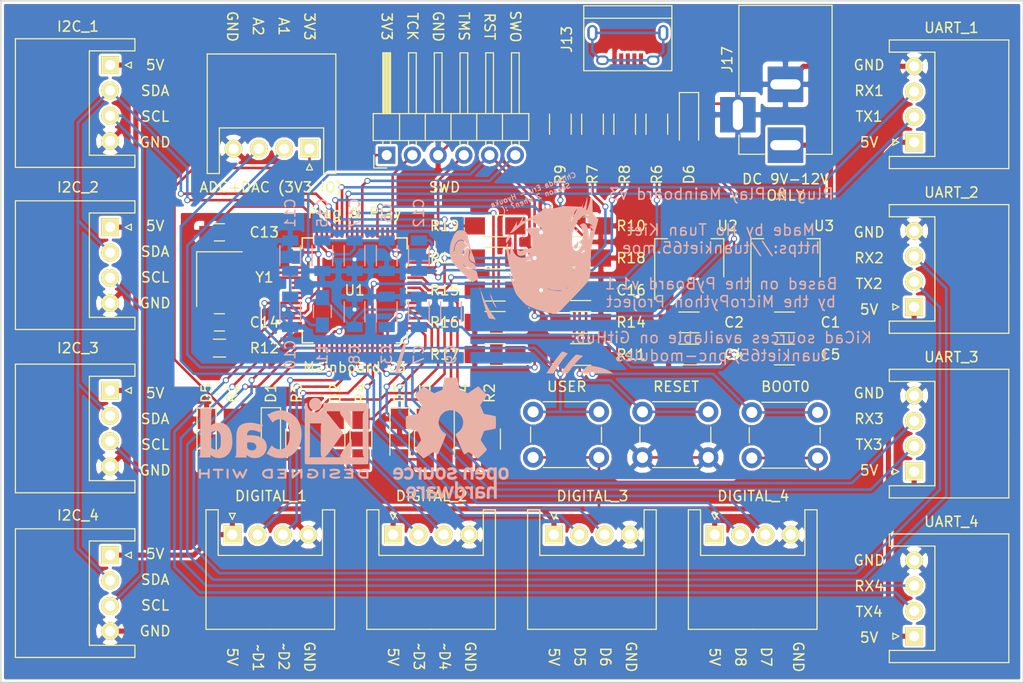
<source format=kicad_pcb>
(kicad_pcb (version 4) (host pcbnew 4.0.7)
  (layers (0 F.Cu signal) (31 B.Cu signal) (34 B.Paste user) (35 F.Paste user) (36 B.SilkS user) (37 F.SilkS user) (38 B.Mask user) (39 F.Mask user) (44 Edge.Cuts user))
  (net 0 "")
  (net 1 GND)
  (net 2 +3V3)
  (net 3 /RX1)
  (net 4 /TX1)
  (net 5 +5V)
  (net 6 /RX2)
  (net 7 /TX2)
  (net 8 /RX3)
  (net 9 /TX3)
  (net 10 /RX4)
  (net 11 /TX4)
  (net 12 /HSE_IN)
  (net 13 /HSE_OUT)
  (net 14 /D2)
  (net 15 /D4)
  (net 16 /D3)
  (net 17 /D6)
  (net 18 /D5)
  (net 19 /D8)
  (net 20 /D7)
  (net 21 /I2C1_SCL)
  (net 22 /I2C1_SDA)
  (net 23 "Net-(J13-Pad2)")
  (net 24 "Net-(J13-Pad3)")
  (net 25 "Net-(J13-Pad4)")
  (net 26 /JTMS_SWDIO)
  (net 27 /JTCK_SWCLK)
  (net 28 /USB_VBUS)
  (net 29 /USB_ID)
  (net 30 /BOOT0)
  (net 31 /USER_BUTTON)
  (net 32 /NRST)
  (net 33 /MICROSD_D3)
  (net 34 /VCAP1)
  (net 35 /VCAP2)
  (net 36 "Net-(D1-Pad2)")
  (net 37 "Net-(D2-Pad2)")
  (net 38 "Net-(D3-Pad2)")
  (net 39 "Net-(D4-Pad2)")
  (net 40 /LED_RED)
  (net 41 /LED_GREEN)
  (net 42 /LED_BLUE)
  (net 43 /LED_WHITE)
  (net 44 "Net-(R14-Pad2)")
  (net 45 /PB5)
  (net 46 "Net-(C10-Pad1)")
  (net 47 "Net-(D5-Pad2)")
  (net 48 "Net-(J13-Pad6)")
  (net 49 /JTDO_SWO)
  (net 50 /USB_D+)
  (net 51 /USB_D-)
  (net 52 "Net-(C1-Pad1)")
  (net 53 "Net-(C14-Pad1)")
  (net 54 /ANALOG1)
  (net 55 /ANALOG2)
  (net 56 /D1)
  (module Symbols:OSHW-Logo_11.4x12mm_SilkScreen (layer B.Cu) (at 144.145 111.125 180)
    (fp_text reference REF*** hide)
    (fp_text value OSHW-Logo_11.4x12mm_SilkScreen hide)
  )
  (module Buttons_Switches_THT:SW_PUSH_6mm (layer F.Cu) (at 163.045 108.53)
    (fp_text reference SW3 hide)
    (fp_text value RST)
    (pad 2 thru_hole circle (at 0 4.5 90) (size 2 2) (drill 1.1) (layers *.Cu *.Mask) (net 1 GND))
    (pad 1 thru_hole circle (at 0 0 90) (size 2 2) (drill 1.1) (layers *.Cu *.Mask) (net 32 /NRST))
    (pad 2 thru_hole circle (at 6.5 4.5 90) (size 2 2) (drill 1.1) (layers *.Cu *.Mask) (net 1 GND))
    (pad 1 thru_hole circle (at 6.5 0 90) (size 2 2) (drill 1.1) (layers *.Cu *.Mask) (net 32 /NRST))
  )
  (module Capacitors_SMD:C_1206_HandSoldering (layer F.Cu) (at 167.64 99.695 180)
    (fp_text reference C2 (at -4.445 0 180) (layer F.SilkS))
    (fp_text value 100n)
    (pad 1 smd rect (at -2 0 180) (size 2 1.6) (layers F.Cu F.Paste F.Mask) (net 5 +5V))
    (pad 2 smd rect (at 2 0 180) (size 2 1.6) (layers F.Cu F.Paste F.Mask) (net 1 GND))
  )
  (module Housings_QFP:LQFP-64_10x10mm_Pitch0.5mm (layer F.Cu) (at 134.635 96.535)
    (fp_text reference U1 (at 0 0) (layer F.SilkS))
    (fp_text value STM32F405RGTx)
    (pad 1 smd rect (at -5.7 -3.75) (size 1 0.25) (layers F.Cu F.Paste F.Mask) (net 2 +3V3))
    (pad 2 smd rect (at -5.7 -3.25) (size 1 0.25) (layers F.Cu F.Paste F.Mask))
    (pad 3 smd rect (at -5.7 -2.75) (size 1 0.25) (layers F.Cu F.Paste F.Mask))
    (pad 4 smd rect (at -5.7 -2.25) (size 1 0.25) (layers F.Cu F.Paste F.Mask))
    (pad 5 smd rect (at -5.7 -1.75) (size 1 0.25) (layers F.Cu F.Paste F.Mask) (net 12 /HSE_IN))
    (pad 6 smd rect (at -5.7 -1.25) (size 1 0.25) (layers F.Cu F.Paste F.Mask) (net 13 /HSE_OUT))
    (pad 7 smd rect (at -5.7 -0.75) (size 1 0.25) (layers F.Cu F.Paste F.Mask) (net 32 /NRST))
    (pad 8 smd rect (at -5.7 -0.25) (size 1 0.25) (layers F.Cu F.Paste F.Mask))
    (pad 9 smd rect (at -5.7 0.25) (size 1 0.25) (layers F.Cu F.Paste F.Mask))
    (pad 10 smd rect (at -5.7 0.75) (size 1 0.25) (layers F.Cu F.Paste F.Mask))
    (pad 11 smd rect (at -5.7 1.25) (size 1 0.25) (layers F.Cu F.Paste F.Mask) (net 31 /USER_BUTTON))
    (pad 12 smd rect (at -5.7 1.75) (size 1 0.25) (layers F.Cu F.Paste F.Mask) (net 1 GND))
    (pad 13 smd rect (at -5.7 2.25) (size 1 0.25) (layers F.Cu F.Paste F.Mask) (net 2 +3V3))
    (pad 14 smd rect (at -5.7 2.75) (size 1 0.25) (layers F.Cu F.Paste F.Mask) (net 11 /TX4))
    (pad 15 smd rect (at -5.7 3.25) (size 1 0.25) (layers F.Cu F.Paste F.Mask) (net 10 /RX4))
    (pad 16 smd rect (at -5.7 3.75) (size 1 0.25) (layers F.Cu F.Paste F.Mask) (net 7 /TX2))
    (pad 17 smd rect (at -3.75 5.7 90) (size 1 0.25) (layers F.Cu F.Paste F.Mask) (net 6 /RX2))
    (pad 18 smd rect (at -3.25 5.7 90) (size 1 0.25) (layers F.Cu F.Paste F.Mask) (net 1 GND))
    (pad 19 smd rect (at -2.75 5.7 90) (size 1 0.25) (layers F.Cu F.Paste F.Mask) (net 2 +3V3))
    (pad 20 smd rect (at -2.25 5.7 90) (size 1 0.25) (layers F.Cu F.Paste F.Mask) (net 54 /ANALOG1))
    (pad 21 smd rect (at -1.75 5.7 90) (size 1 0.25) (layers F.Cu F.Paste F.Mask) (net 55 /ANALOG2))
    (pad 22 smd rect (at -1.25 5.7 90) (size 1 0.25) (layers F.Cu F.Paste F.Mask) (net 56 /D1))
    (pad 23 smd rect (at -0.75 5.7 90) (size 1 0.25) (layers F.Cu F.Paste F.Mask) (net 14 /D2))
    (pad 24 smd rect (at -0.25 5.7 90) (size 1 0.25) (layers F.Cu F.Paste F.Mask) (net 18 /D5))
    (pad 25 smd rect (at 0.25 5.7 90) (size 1 0.25) (layers F.Cu F.Paste F.Mask) (net 17 /D6))
    (pad 26 smd rect (at 0.75 5.7 90) (size 1 0.25) (layers F.Cu F.Paste F.Mask) (net 16 /D3))
    (pad 27 smd rect (at 1.25 5.7 90) (size 1 0.25) (layers F.Cu F.Paste F.Mask) (net 15 /D4))
    (pad 28 smd rect (at 1.75 5.7 90) (size 1 0.25) (layers F.Cu F.Paste F.Mask) (net 44 "Net-(R14-Pad2)"))
    (pad 29 smd rect (at 2.25 5.7 90) (size 1 0.25) (layers F.Cu F.Paste F.Mask) (net 9 /TX3))
    (pad 30 smd rect (at 2.75 5.7 90) (size 1 0.25) (layers F.Cu F.Paste F.Mask) (net 8 /RX3))
    (pad 31 smd rect (at 3.25 5.7 90) (size 1 0.25) (layers F.Cu F.Paste F.Mask) (net 34 /VCAP1))
    (pad 32 smd rect (at 3.75 5.7 90) (size 1 0.25) (layers F.Cu F.Paste F.Mask) (net 2 +3V3))
    (pad 33 smd rect (at 5.7 3.75) (size 1 0.25) (layers F.Cu F.Paste F.Mask) (net 20 /D7))
    (pad 34 smd rect (at 5.7 3.25) (size 1 0.25) (layers F.Cu F.Paste F.Mask) (net 19 /D8))
    (pad 35 smd rect (at 5.7 2.75) (size 1 0.25) (layers F.Cu F.Paste F.Mask) (net 40 /LED_RED))
    (pad 36 smd rect (at 5.7 2.25) (size 1 0.25) (layers F.Cu F.Paste F.Mask) (net 41 /LED_GREEN))
    (pad 37 smd rect (at 5.7 1.75) (size 1 0.25) (layers F.Cu F.Paste F.Mask) (net 42 /LED_BLUE))
    (pad 38 smd rect (at 5.7 1.25) (size 1 0.25) (layers F.Cu F.Paste F.Mask))
    (pad 39 smd rect (at 5.7 0.75) (size 1 0.25) (layers F.Cu F.Paste F.Mask))
    (pad 40 smd rect (at 5.7 0.25) (size 1 0.25) (layers F.Cu F.Paste F.Mask))
    (pad 41 smd rect (at 5.7 -0.25) (size 1 0.25) (layers F.Cu F.Paste F.Mask) (net 43 /LED_WHITE))
    (pad 42 smd rect (at 5.7 -0.75) (size 1 0.25) (layers F.Cu F.Paste F.Mask) (net 28 /USB_VBUS))
    (pad 43 smd rect (at 5.7 -1.25) (size 1 0.25) (layers F.Cu F.Paste F.Mask) (net 29 /USB_ID))
    (pad 44 smd rect (at 5.7 -1.75) (size 1 0.25) (layers F.Cu F.Paste F.Mask) (net 51 /USB_D-))
    (pad 45 smd rect (at 5.7 -2.25) (size 1 0.25) (layers F.Cu F.Paste F.Mask) (net 50 /USB_D+))
    (pad 46 smd rect (at 5.7 -2.75) (size 1 0.25) (layers F.Cu F.Paste F.Mask) (net 26 /JTMS_SWDIO))
    (pad 47 smd rect (at 5.7 -3.25) (size 1 0.25) (layers F.Cu F.Paste F.Mask) (net 35 /VCAP2))
    (pad 48 smd rect (at 5.7 -3.75) (size 1 0.25) (layers F.Cu F.Paste F.Mask) (net 2 +3V3))
    (pad 49 smd rect (at 3.75 -5.7 90) (size 1 0.25) (layers F.Cu F.Paste F.Mask) (net 27 /JTCK_SWCLK))
    (pad 50 smd rect (at 3.25 -5.7 90) (size 1 0.25) (layers F.Cu F.Paste F.Mask))
    (pad 51 smd rect (at 2.75 -5.7 90) (size 1 0.25) (layers F.Cu F.Paste F.Mask))
    (pad 52 smd rect (at 2.25 -5.7 90) (size 1 0.25) (layers F.Cu F.Paste F.Mask) (net 33 /MICROSD_D3))
    (pad 53 smd rect (at 1.75 -5.7 90) (size 1 0.25) (layers F.Cu F.Paste F.Mask))
    (pad 54 smd rect (at 1.25 -5.7 90) (size 1 0.25) (layers F.Cu F.Paste F.Mask))
    (pad 55 smd rect (at 0.75 -5.7 90) (size 1 0.25) (layers F.Cu F.Paste F.Mask) (net 49 /JTDO_SWO))
    (pad 56 smd rect (at 0.25 -5.7 90) (size 1 0.25) (layers F.Cu F.Paste F.Mask))
    (pad 57 smd rect (at -0.25 -5.7 90) (size 1 0.25) (layers F.Cu F.Paste F.Mask) (net 45 /PB5))
    (pad 58 smd rect (at -0.75 -5.7 90) (size 1 0.25) (layers F.Cu F.Paste F.Mask) (net 4 /TX1))
    (pad 59 smd rect (at -1.25 -5.7 90) (size 1 0.25) (layers F.Cu F.Paste F.Mask) (net 3 /RX1))
    (pad 60 smd rect (at -1.75 -5.7 90) (size 1 0.25) (layers F.Cu F.Paste F.Mask) (net 30 /BOOT0))
    (pad 61 smd rect (at -2.25 -5.7 90) (size 1 0.25) (layers F.Cu F.Paste F.Mask) (net 21 /I2C1_SCL))
    (pad 62 smd rect (at -2.75 -5.7 90) (size 1 0.25) (layers F.Cu F.Paste F.Mask) (net 22 /I2C1_SDA))
    (pad 63 smd rect (at -3.25 -5.7 90) (size 1 0.25) (layers F.Cu F.Paste F.Mask) (net 1 GND))
    (pad 64 smd rect (at -3.75 -5.7 90) (size 1 0.25) (layers F.Cu F.Paste F.Mask) (net 2 +3V3))
  )
  (module Buttons_Switches_THT:SW_PUSH_6mm (layer F.Cu) (at 152.25 108.53)
    (fp_text reference SW2 hide)
    (fp_text value USR)
    (pad 2 thru_hole circle (at 0 4.5 90) (size 2 2) (drill 1.1) (layers *.Cu *.Mask) (net 5 +5V))
    (pad 1 thru_hole circle (at 0 0 90) (size 2 2) (drill 1.1) (layers *.Cu *.Mask) (net 31 /USER_BUTTON))
    (pad 2 thru_hole circle (at 6.5 4.5 90) (size 2 2) (drill 1.1) (layers *.Cu *.Mask) (net 5 +5V))
    (pad 1 thru_hole circle (at 6.5 0 90) (size 2 2) (drill 1.1) (layers *.Cu *.Mask) (net 31 /USER_BUTTON))
  )
  (module Resistors_SMD:R_1206_HandSoldering (layer F.Cu) (at 135.255 111.22 90)
    (fp_text reference R4 (at 4.54 0 270) (layer F.SilkS))
    (fp_text value 220)
    (pad 1 smd rect (at -2 0 90) (size 2 1.7) (layers F.Cu F.Paste F.Mask) (net 37 "Net-(D2-Pad2)"))
    (pad 2 smd rect (at 2 0 90) (size 2 1.7) (layers F.Cu F.Paste F.Mask) (net 41 /LED_GREEN))
  )
  (module Connectors_JST:JST_XH_S04B-XH-A_04x2.50mm_Angled (layer F.Cu) (at 110.49 90.297 270)
    (fp_text reference J10 hide)
    (fp_text value I2C_2)
    (pad 1 thru_hole rect (at 0 0 270) (size 1.75 1.75) (drill 1) (layers *.Cu *.Mask F.SilkS) (net 5 +5V))
    (pad 2 thru_hole circle (at 2.5 0 270) (size 1.75 1.75) (drill 1) (layers *.Cu *.Mask F.SilkS) (net 22 /I2C1_SDA))
    (pad 3 thru_hole circle (at 5 0 270) (size 1.75 1.75) (drill 1) (layers *.Cu *.Mask F.SilkS) (net 21 /I2C1_SCL))
    (pad 4 thru_hole circle (at 7.5 0 270) (size 1.75 1.75) (drill 1) (layers *.Cu *.Mask F.SilkS) (net 1 GND))
  )
  (module Connectors_JST:JST_XH_S04B-XH-A_04x2.50mm_Angled (layer F.Cu) (at 110.49 106.419 270)
    (fp_text reference J11 hide)
    (fp_text value I2C_3)
    (pad 1 thru_hole rect (at 0 0 270) (size 1.75 1.75) (drill 1) (layers *.Cu *.Mask F.SilkS) (net 5 +5V))
    (pad 2 thru_hole circle (at 2.5 0 270) (size 1.75 1.75) (drill 1) (layers *.Cu *.Mask F.SilkS) (net 22 /I2C1_SDA))
    (pad 3 thru_hole circle (at 5 0 270) (size 1.75 1.75) (drill 1) (layers *.Cu *.Mask F.SilkS) (net 21 /I2C1_SCL))
    (pad 4 thru_hole circle (at 7.5 0 270) (size 1.75 1.75) (drill 1) (layers *.Cu *.Mask F.SilkS) (net 1 GND))
  )
  (module Resistors_SMD:R_1206_HandSoldering (layer F.Cu) (at 148.495 90.17 180)
    (fp_text reference R19 (at 4.985 0 360) (layer F.SilkS))
    (fp_text value 10k)
    (pad 1 smd rect (at -2 0 180) (size 2 1.7) (layers F.Cu F.Paste F.Mask) (net 5 +5V))
    (pad 2 smd rect (at 2 0 180) (size 2 1.7) (layers F.Cu F.Paste F.Mask) (net 22 /I2C1_SDA))
  )
  (module Capacitors_SMD:C_1206_HandSoldering (layer F.Cu) (at 177.07 99.695 180)
    (fp_text reference C1 (at -4.54 0 180) (layer F.SilkS))
    (fp_text value 100n)
    (pad 1 smd rect (at -2 0 180) (size 2 1.6) (layers F.Cu F.Paste F.Mask) (net 52 "Net-(C1-Pad1)"))
    (pad 2 smd rect (at 2 0 180) (size 2 1.6) (layers F.Cu F.Paste F.Mask) (net 1 GND))
  )
  (module Capacitors_SMD:C_0805_HandSoldering (layer F.Cu) (at 121.285 90.805 180)
    (fp_text reference C13 (at -4.425 0 180) (layer F.SilkS))
    (fp_text value 5.6p)
    (pad 1 smd rect (at -1.25 0 180) (size 1.5 1.25) (layers F.Cu F.Paste F.Mask) (net 12 /HSE_IN))
    (pad 2 smd rect (at 1.25 0 180) (size 1.5 1.25) (layers F.Cu F.Paste F.Mask) (net 1 GND))
  )
  (module Capacitors_SMD:C_0805_HandSoldering (layer F.Cu) (at 121.285 99.695 180)
    (fp_text reference C14 (at -4.445 0 180) (layer F.SilkS))
    (fp_text value 5.6p)
    (pad 1 smd rect (at -1.25 0 180) (size 1.5 1.25) (layers F.Cu F.Paste F.Mask) (net 53 "Net-(C14-Pad1)"))
    (pad 2 smd rect (at 1.25 0 180) (size 1.5 1.25) (layers F.Cu F.Paste F.Mask) (net 1 GND))
  )
  (module LEDs:LED_1206_HandSoldering (layer F.Cu) (at 126.365 111.22 270)
    (fp_text reference D1 (at -4.54 0 450) (layer F.SilkS))
    (fp_text value RED)
    (pad 1 smd rect (at -2 0 270) (size 2 1.7) (layers F.Cu F.Paste F.Mask) (net 1 GND))
    (pad 2 smd rect (at 2 0 270) (size 2 1.7) (layers F.Cu F.Paste F.Mask) (net 36 "Net-(D1-Pad2)"))
  )
  (module LEDs:LED_1206_HandSoldering (layer F.Cu) (at 132.715 111.22 270)
    (fp_text reference D2 (at -4.54 0 450) (layer F.SilkS))
    (fp_text value GREEN)
    (pad 1 smd rect (at -2 0 270) (size 2 1.7) (layers F.Cu F.Paste F.Mask) (net 1 GND))
    (pad 2 smd rect (at 2 0 270) (size 2 1.7) (layers F.Cu F.Paste F.Mask) (net 37 "Net-(D2-Pad2)"))
  )
  (module LEDs:LED_1206_HandSoldering (layer F.Cu) (at 139.065 111.22 270)
    (fp_text reference D3 (at -4.54 0 450) (layer F.SilkS))
    (fp_text value BLUE)
    (pad 1 smd rect (at -2 0 270) (size 2 1.7) (layers F.Cu F.Paste F.Mask) (net 1 GND))
    (pad 2 smd rect (at 2 0 270) (size 2 1.7) (layers F.Cu F.Paste F.Mask) (net 38 "Net-(D3-Pad2)"))
  )
  (module LEDs:LED_1206_HandSoldering (layer F.Cu) (at 145.415 111.22 270)
    (fp_text reference D4 (at -4.54 0 450) (layer F.SilkS))
    (fp_text value WHITE)
    (pad 1 smd rect (at -2 0 270) (size 2 1.7) (layers F.Cu F.Paste F.Mask) (net 1 GND))
    (pad 2 smd rect (at 2 0 270) (size 2 1.7) (layers F.Cu F.Paste F.Mask) (net 39 "Net-(D4-Pad2)"))
  )
  (module Connectors_JST:JST_XH_S04B-XH-A_04x2.50mm_Angled (layer F.Cu) (at 189.865 81.915 90)
    (fp_text reference J1 hide)
    (fp_text value UART_1)
    (pad 1 thru_hole rect (at 0 0 90) (size 1.75 1.75) (drill 1) (layers *.Cu *.Mask F.SilkS) (net 5 +5V))
    (pad 2 thru_hole circle (at 2.5 0 90) (size 1.75 1.75) (drill 1) (layers *.Cu *.Mask F.SilkS) (net 4 /TX1))
    (pad 3 thru_hole circle (at 5 0 90) (size 1.75 1.75) (drill 1) (layers *.Cu *.Mask F.SilkS) (net 3 /RX1))
    (pad 4 thru_hole circle (at 7.5 0 90) (size 1.75 1.75) (drill 1) (layers *.Cu *.Mask F.SilkS) (net 1 GND))
  )
  (module Connectors_JST:JST_XH_S04B-XH-A_04x2.50mm_Angled (layer F.Cu) (at 189.865 98.171 90)
    (fp_text reference J2 hide)
    (fp_text value UART_2)
    (pad 1 thru_hole rect (at 0 0 90) (size 1.75 1.75) (drill 1) (layers *.Cu *.Mask F.SilkS) (net 5 +5V))
    (pad 2 thru_hole circle (at 2.5 0 90) (size 1.75 1.75) (drill 1) (layers *.Cu *.Mask F.SilkS) (net 7 /TX2))
    (pad 3 thru_hole circle (at 5 0 90) (size 1.75 1.75) (drill 1) (layers *.Cu *.Mask F.SilkS) (net 6 /RX2))
    (pad 4 thru_hole circle (at 7.5 0 90) (size 1.75 1.75) (drill 1) (layers *.Cu *.Mask F.SilkS) (net 1 GND))
  )
  (module Connectors_JST:JST_XH_S04B-XH-A_04x2.50mm_Angled (layer F.Cu) (at 189.865 114.427 90)
    (fp_text reference J3 hide)
    (fp_text value UART_3)
    (pad 1 thru_hole rect (at 0 0 90) (size 1.75 1.75) (drill 1) (layers *.Cu *.Mask F.SilkS) (net 5 +5V))
    (pad 2 thru_hole circle (at 2.5 0 90) (size 1.75 1.75) (drill 1) (layers *.Cu *.Mask F.SilkS) (net 9 /TX3))
    (pad 3 thru_hole circle (at 5 0 90) (size 1.75 1.75) (drill 1) (layers *.Cu *.Mask F.SilkS) (net 8 /RX3))
    (pad 4 thru_hole circle (at 7.5 0 90) (size 1.75 1.75) (drill 1) (layers *.Cu *.Mask F.SilkS) (net 1 GND))
  )
  (module Connectors_JST:JST_XH_S04B-XH-A_04x2.50mm_Angled (layer F.Cu) (at 189.865 130.683 90)
    (fp_text reference J4 hide)
    (fp_text value UART_4)
    (pad 1 thru_hole rect (at 0 0 90) (size 1.75 1.75) (drill 1) (layers *.Cu *.Mask F.SilkS) (net 5 +5V))
    (pad 2 thru_hole circle (at 2.5 0 90) (size 1.75 1.75) (drill 1) (layers *.Cu *.Mask F.SilkS) (net 11 /TX4))
    (pad 3 thru_hole circle (at 5 0 90) (size 1.75 1.75) (drill 1) (layers *.Cu *.Mask F.SilkS) (net 10 /RX4))
    (pad 4 thru_hole circle (at 7.5 0 90) (size 1.75 1.75) (drill 1) (layers *.Cu *.Mask F.SilkS) (net 1 GND))
  )
  (module Connectors_JST:JST_XH_S04B-XH-A_04x2.50mm_Angled (layer F.Cu) (at 122.555 120.65)
    (fp_text reference J5 hide)
    (fp_text value DIGITAL_1)
    (pad 1 thru_hole rect (at 0 0) (size 1.75 1.75) (drill 1) (layers *.Cu *.Mask F.SilkS) (net 5 +5V))
    (pad 2 thru_hole circle (at 2.5 0) (size 1.75 1.75) (drill 1) (layers *.Cu *.Mask F.SilkS) (net 56 /D1))
    (pad 3 thru_hole circle (at 5 0) (size 1.75 1.75) (drill 1) (layers *.Cu *.Mask F.SilkS) (net 14 /D2))
    (pad 4 thru_hole circle (at 7.5 0) (size 1.75 1.75) (drill 1) (layers *.Cu *.Mask F.SilkS) (net 1 GND))
  )
  (module Connectors_JST:JST_XH_S04B-XH-A_04x2.50mm_Angled (layer F.Cu) (at 138.43 120.65)
    (fp_text reference J6 hide)
    (fp_text value DIGITAL_2)
    (pad 1 thru_hole rect (at 0 0) (size 1.75 1.75) (drill 1) (layers *.Cu *.Mask F.SilkS) (net 5 +5V))
    (pad 2 thru_hole circle (at 2.5 0) (size 1.75 1.75) (drill 1) (layers *.Cu *.Mask F.SilkS) (net 16 /D3))
    (pad 3 thru_hole circle (at 5 0) (size 1.75 1.75) (drill 1) (layers *.Cu *.Mask F.SilkS) (net 15 /D4))
    (pad 4 thru_hole circle (at 7.5 0) (size 1.75 1.75) (drill 1) (layers *.Cu *.Mask F.SilkS) (net 1 GND))
  )
  (module Connectors_JST:JST_XH_S04B-XH-A_04x2.50mm_Angled (layer F.Cu) (at 154.305 120.65)
    (fp_text reference J7 hide)
    (fp_text value DIGITAL_3)
    (pad 1 thru_hole rect (at 0 0) (size 1.75 1.75) (drill 1) (layers *.Cu *.Mask F.SilkS) (net 5 +5V))
    (pad 2 thru_hole circle (at 2.5 0) (size 1.75 1.75) (drill 1) (layers *.Cu *.Mask F.SilkS) (net 18 /D5))
    (pad 3 thru_hole circle (at 5 0) (size 1.75 1.75) (drill 1) (layers *.Cu *.Mask F.SilkS) (net 17 /D6))
    (pad 4 thru_hole circle (at 7.5 0) (size 1.75 1.75) (drill 1) (layers *.Cu *.Mask F.SilkS) (net 1 GND))
  )
  (module Connectors_JST:JST_XH_S04B-XH-A_04x2.50mm_Angled (layer F.Cu) (at 170.18 120.65)
    (fp_text reference J8 hide)
    (fp_text value DIGITAL_4)
    (pad 1 thru_hole rect (at 0 0) (size 1.75 1.75) (drill 1) (layers *.Cu *.Mask F.SilkS) (net 5 +5V))
    (pad 2 thru_hole circle (at 2.5 0) (size 1.75 1.75) (drill 1) (layers *.Cu *.Mask F.SilkS) (net 20 /D7))
    (pad 3 thru_hole circle (at 5 0) (size 1.75 1.75) (drill 1) (layers *.Cu *.Mask F.SilkS) (net 19 /D8))
    (pad 4 thru_hole circle (at 7.5 0) (size 1.75 1.75) (drill 1) (layers *.Cu *.Mask F.SilkS) (net 1 GND))
  )
  (module Connectors_JST:JST_XH_S04B-XH-A_04x2.50mm_Angled (layer F.Cu) (at 110.49 74.295 270)
    (fp_text reference J9 hide)
    (fp_text value I2C_1)
    (pad 1 thru_hole rect (at 0 0 270) (size 1.75 1.75) (drill 1) (layers *.Cu *.Mask F.SilkS) (net 5 +5V))
    (pad 2 thru_hole circle (at 2.5 0 270) (size 1.75 1.75) (drill 1) (layers *.Cu *.Mask F.SilkS) (net 22 /I2C1_SDA))
    (pad 3 thru_hole circle (at 5 0 270) (size 1.75 1.75) (drill 1) (layers *.Cu *.Mask F.SilkS) (net 21 /I2C1_SCL))
    (pad 4 thru_hole circle (at 7.5 0 270) (size 1.75 1.75) (drill 1) (layers *.Cu *.Mask F.SilkS) (net 1 GND))
  )
  (module Connectors_JST:JST_XH_S04B-XH-A_04x2.50mm_Angled (layer F.Cu) (at 110.49 122.675 270)
    (fp_text reference J12 hide)
    (fp_text value I2C_4)
    (pad 1 thru_hole rect (at 0 0 270) (size 1.75 1.75) (drill 1) (layers *.Cu *.Mask F.SilkS) (net 5 +5V))
    (pad 2 thru_hole circle (at 2.5 0 270) (size 1.75 1.75) (drill 1) (layers *.Cu *.Mask F.SilkS) (net 22 /I2C1_SDA))
    (pad 3 thru_hole circle (at 5 0 270) (size 1.75 1.75) (drill 1) (layers *.Cu *.Mask F.SilkS) (net 21 /I2C1_SCL))
    (pad 4 thru_hole circle (at 7.5 0 270) (size 1.75 1.75) (drill 1) (layers *.Cu *.Mask F.SilkS) (net 1 GND))
  )
  (module Connectors:USB_Micro-B (layer F.Cu) (at 161.6 72.47 180)
    (fp_text reference J13 (at 6.025 0.715 270) (layer F.SilkS))
    (fp_text value USB_OTG)
    (pad 1 smd rect (at -1.3 -1.35 270) (size 1.35 0.4) (layers F.Cu F.Paste F.Mask) (net 5 +5V))
    (pad 2 smd rect (at -0.65 -1.35 270) (size 1.35 0.4) (layers F.Cu F.Paste F.Mask) (net 23 "Net-(J13-Pad2)"))
    (pad 3 smd rect (at 0 -1.35 270) (size 1.35 0.4) (layers F.Cu F.Paste F.Mask) (net 24 "Net-(J13-Pad3)"))
    (pad 4 smd rect (at 0.65 -1.35 270) (size 1.35 0.4) (layers F.Cu F.Paste F.Mask) (net 25 "Net-(J13-Pad4)"))
    (pad 5 smd rect (at 1.3 -1.35 270) (size 1.35 0.4) (layers F.Cu F.Paste F.Mask) (net 1 GND))
    (pad 6 thru_hole oval (at -2.5 -1.35 270) (size 0.95 1.25) (drill oval 0.55 0.85) (layers *.Cu *.Mask) (net 48 "Net-(J13-Pad6)"))
    (pad 6 thru_hole oval (at 2.5 -1.35 270) (size 0.95 1.25) (drill oval 0.55 0.85) (layers *.Cu *.Mask) (net 48 "Net-(J13-Pad6)"))
    (pad 6 thru_hole oval (at -3.5 1.35 270) (size 1.55 1) (drill oval 1.15 0.5) (layers *.Cu *.Mask) (net 48 "Net-(J13-Pad6)"))
    (pad 6 thru_hole oval (at 3.5 1.35 270) (size 1.55 1) (drill oval 1.15 0.5) (layers *.Cu *.Mask) (net 48 "Net-(J13-Pad6)"))
  )
  (module Resistors_SMD:R_1206_HandSoldering (layer F.Cu) (at 122.555 111.22 270)
    (fp_text reference R1 (at -4.54 0 270) (layer F.SilkS))
    (fp_text value 220)
    (pad 1 smd rect (at -2 0 270) (size 2 1.7) (layers F.Cu F.Paste F.Mask) (net 2 +3V3))
    (pad 2 smd rect (at 2 0 270) (size 2 1.7) (layers F.Cu F.Paste F.Mask) (net 47 "Net-(D5-Pad2)"))
  )
  (module Resistors_SMD:R_1206_HandSoldering (layer F.Cu) (at 147.955 111.22 90)
    (fp_text reference R2 (at 4.54 0 90) (layer F.SilkS))
    (fp_text value 220)
    (pad 1 smd rect (at -2 0 90) (size 2 1.7) (layers F.Cu F.Paste F.Mask) (net 39 "Net-(D4-Pad2)"))
    (pad 2 smd rect (at 2 0 90) (size 2 1.7) (layers F.Cu F.Paste F.Mask) (net 43 /LED_WHITE))
  )
  (module Resistors_SMD:R_1206_HandSoldering (layer F.Cu) (at 128.905 111.22 90)
    (fp_text reference R3 (at 4.54 0 270) (layer F.SilkS))
    (fp_text value 220)
    (pad 1 smd rect (at -2 0 90) (size 2 1.7) (layers F.Cu F.Paste F.Mask) (net 36 "Net-(D1-Pad2)"))
    (pad 2 smd rect (at 2 0 90) (size 2 1.7) (layers F.Cu F.Paste F.Mask) (net 40 /LED_RED))
  )
  (module Resistors_SMD:R_1206_HandSoldering (layer F.Cu) (at 141.605 111.22 90)
    (fp_text reference R5 (at 4.54 0 90) (layer F.SilkS))
    (fp_text value 220)
    (pad 1 smd rect (at -2 0 90) (size 2 1.7) (layers F.Cu F.Paste F.Mask) (net 38 "Net-(D3-Pad2)"))
    (pad 2 smd rect (at 2 0 90) (size 2 1.7) (layers F.Cu F.Paste F.Mask) (net 42 /LED_BLUE))
  )
  (module Resistors_SMD:R_1206_HandSoldering (layer F.Cu) (at 164.465 80.137 90)
    (fp_text reference R6 (at -4.953 0 90) (layer F.SilkS))
    (fp_text value 560)
    (pad 1 smd rect (at -2 0 90) (size 2 1.7) (layers F.Cu F.Paste F.Mask) (net 28 /USB_VBUS))
    (pad 2 smd rect (at 2 0 90) (size 2 1.7) (layers F.Cu F.Paste F.Mask) (net 5 +5V))
  )
  (module Resistors_SMD:R_1206_HandSoldering (layer F.Cu) (at 158.115 80.137 90)
    (fp_text reference R7 (at -4.953 0 90) (layer F.SilkS))
    (fp_text value 22)
    (pad 1 smd rect (at -2 0 90) (size 2 1.7) (layers F.Cu F.Paste F.Mask) (net 50 /USB_D+))
    (pad 2 smd rect (at 2 0 90) (size 2 1.7) (layers F.Cu F.Paste F.Mask) (net 24 "Net-(J13-Pad3)"))
  )
  (module Resistors_SMD:R_1206_HandSoldering (layer F.Cu) (at 161.29 80.137 90)
    (fp_text reference R8 (at -4.953 0 90) (layer F.SilkS))
    (fp_text value 22)
    (pad 1 smd rect (at -2 0 90) (size 2 1.7) (layers F.Cu F.Paste F.Mask) (net 51 /USB_D-))
    (pad 2 smd rect (at 2 0 90) (size 2 1.7) (layers F.Cu F.Paste F.Mask) (net 23 "Net-(J13-Pad2)"))
  )
  (module Resistors_SMD:R_1206_HandSoldering (layer F.Cu) (at 154.94 80.137 90)
    (fp_text reference R9 (at -4.953 0 90) (layer F.SilkS))
    (fp_text value 560)
    (pad 1 smd rect (at -2 0 90) (size 2 1.7) (layers F.Cu F.Paste F.Mask) (net 29 /USB_ID))
    (pad 2 smd rect (at 2 0 90) (size 2 1.7) (layers F.Cu F.Paste F.Mask) (net 25 "Net-(J13-Pad4)"))
  )
  (module Resistors_SMD:R_1206_HandSoldering (layer F.Cu) (at 156.94 90.17)
    (fp_text reference R10 (at 4.985 0 180) (layer F.SilkS))
    (fp_text value 10k)
    (pad 1 smd rect (at -2 0) (size 2 1.7) (layers F.Cu F.Paste F.Mask) (net 30 /BOOT0))
    (pad 2 smd rect (at 2 0) (size 2 1.7) (layers F.Cu F.Paste F.Mask) (net 1 GND))
  )
  (module Resistors_SMD:R_1206_HandSoldering (layer F.Cu) (at 156.94 102.87)
    (fp_text reference R11 (at 4.985 0) (layer F.SilkS))
    (fp_text value 10k)
    (pad 1 smd rect (at -2 0) (size 2 1.7) (layers F.Cu F.Paste F.Mask) (net 31 /USER_BUTTON))
    (pad 2 smd rect (at 2 0) (size 2 1.7) (layers F.Cu F.Paste F.Mask) (net 1 GND))
  )
  (module Resistors_SMD:R_1206_HandSoldering (layer F.Cu) (at 148.495 93.345 180)
    (fp_text reference R13 (at 4.985 0 360) (layer F.SilkS))
    (fp_text value 10k)
    (pad 1 smd rect (at -2 0 180) (size 2 1.7) (layers F.Cu F.Paste F.Mask) (net 5 +5V))
    (pad 2 smd rect (at 2 0 180) (size 2 1.7) (layers F.Cu F.Paste F.Mask) (net 21 /I2C1_SCL))
  )
  (module Resistors_SMD:R_1206_HandSoldering (layer F.Cu) (at 156.94 99.695 180)
    (fp_text reference R14 (at -4.985 0 180) (layer F.SilkS))
    (fp_text value 10k)
    (pad 1 smd rect (at -2 0 180) (size 2 1.7) (layers F.Cu F.Paste F.Mask) (net 1 GND))
    (pad 2 smd rect (at 2 0 180) (size 2 1.7) (layers F.Cu F.Paste F.Mask) (net 44 "Net-(R14-Pad2)"))
  )
  (module Resistors_SMD:R_1206_HandSoldering (layer F.Cu) (at 148.495 96.52)
    (fp_text reference R15 (at -4.985 0 180) (layer F.SilkS))
    (fp_text value 10k)
    (pad 1 smd rect (at -2 0) (size 2 1.7) (layers F.Cu F.Paste F.Mask) (net 1 GND))
    (pad 2 smd rect (at 2 0) (size 2 1.7) (layers F.Cu F.Paste F.Mask) (net 29 /USB_ID))
  )
  (module Resistors_SMD:R_1206_HandSoldering (layer F.Cu) (at 148.495 99.695)
    (fp_text reference R16 (at -4.985 0 180) (layer F.SilkS))
    (fp_text value 10k)
    (pad 1 smd rect (at -2 0) (size 2 1.7) (layers F.Cu F.Paste F.Mask) (net 1 GND))
    (pad 2 smd rect (at 2 0) (size 2 1.7) (layers F.Cu F.Paste F.Mask) (net 45 /PB5))
  )
  (module Resistors_SMD:R_1206_HandSoldering (layer F.Cu) (at 148.495 102.87)
    (fp_text reference R17 (at -4.985 0) (layer F.SilkS))
    (fp_text value 10k)
    (pad 1 smd rect (at -2 0) (size 2 1.7) (layers F.Cu F.Paste F.Mask) (net 1 GND))
    (pad 2 smd rect (at 2 0) (size 2 1.7) (layers F.Cu F.Paste F.Mask) (net 8 /RX3))
  )
  (module Resistors_SMD:R_1206_HandSoldering (layer F.Cu) (at 156.94 93.345 180)
    (fp_text reference R18 (at -4.985 0 180) (layer F.SilkS))
    (fp_text value 10k)
    (pad 1 smd rect (at -2 0 180) (size 2 1.7) (layers F.Cu F.Paste F.Mask) (net 1 GND))
    (pad 2 smd rect (at 2 0 180) (size 2 1.7) (layers F.Cu F.Paste F.Mask) (net 33 /MICROSD_D3))
  )
  (module Buttons_Switches_THT:SW_PUSH_6mm (layer F.Cu) (at 173.84 108.585)
    (fp_text reference SW1 hide)
    (fp_text value BOOT0)
    (pad 2 thru_hole circle (at 0 4.5 90) (size 2 2) (drill 1.1) (layers *.Cu *.Mask) (net 5 +5V))
    (pad 1 thru_hole circle (at 0 0 90) (size 2 2) (drill 1.1) (layers *.Cu *.Mask) (net 30 /BOOT0))
    (pad 2 thru_hole circle (at 6.5 4.5 90) (size 2 2) (drill 1.1) (layers *.Cu *.Mask) (net 5 +5V))
    (pad 1 thru_hole circle (at 6.5 0 90) (size 2 2) (drill 1.1) (layers *.Cu *.Mask) (net 30 /BOOT0))
  )
  (module TO_SOT_Packages_SMD:SOT-223 (layer F.Cu) (at 167.665 93.345 90)
    (fp_text reference U2 (at 3.175 3.785 360) (layer F.SilkS))
    (fp_text value LD1117S33CTR)
    (pad 4 smd rect (at 3.15 0 90) (size 2 3.8) (layers F.Cu F.Paste F.Mask))
    (pad 2 smd rect (at -3.15 0 90) (size 2 1.5) (layers F.Cu F.Paste F.Mask) (net 2 +3V3))
    (pad 3 smd rect (at -3.15 2.3 90) (size 2 1.5) (layers F.Cu F.Paste F.Mask) (net 5 +5V))
    (pad 1 smd rect (at -3.15 -2.3 90) (size 2 1.5) (layers F.Cu F.Paste F.Mask) (net 1 GND))
  )
  (module Crystals:Crystal_SMD_3225-4pin_3.2x2.5mm_HandSoldering (layer F.Cu) (at 121.285 95.43 270)
    (fp_text reference Y1 (at -0.18 -4.445 360) (layer F.SilkS))
    (fp_text value 12MHz)
    (pad 1 smd rect (at -1.45 1.15 270) (size 2.1 1.8) (layers F.Cu F.Paste F.Mask) (net 12 /HSE_IN))
    (pad 2 smd rect (at 1.45 1.15 270) (size 2.1 1.8) (layers F.Cu F.Paste F.Mask) (net 1 GND))
    (pad 3 smd rect (at 1.45 -1.15 270) (size 2.1 1.8) (layers F.Cu F.Paste F.Mask) (net 53 "Net-(C14-Pad1)"))
    (pad 4 smd rect (at -1.45 -1.15 270) (size 2.1 1.8) (layers F.Cu F.Paste F.Mask) (net 1 GND))
  )
  (module LEDs:LED_1206_HandSoldering (layer F.Cu) (at 120.015 111.243684 270)
    (fp_text reference D5 (at -4.563684 0 450) (layer F.SilkS))
    (fp_text value 3V3_LED_GREEN)
    (pad 1 smd rect (at -2 0 270) (size 2 1.7) (layers F.Cu F.Paste F.Mask) (net 1 GND))
    (pad 2 smd rect (at 2 0 270) (size 2 1.7) (layers F.Cu F.Paste F.Mask) (net 47 "Net-(D5-Pad2)"))
  )
  (module Connectors_JST:JST_XH_S04B-XH-A_04x2.50mm_Angled (layer F.Cu) (at 130.175 82.55 180)
    (fp_text reference J14 hide)
    (fp_text value ANALOG)
    (pad 1 thru_hole rect (at 0 0 180) (size 1.75 1.75) (drill 1) (layers *.Cu *.Mask F.SilkS) (net 2 +3V3))
    (pad 2 thru_hole circle (at 2.5 0 180) (size 1.75 1.75) (drill 1) (layers *.Cu *.Mask F.SilkS) (net 54 /ANALOG1))
    (pad 3 thru_hole circle (at 5 0 180) (size 1.75 1.75) (drill 1) (layers *.Cu *.Mask F.SilkS) (net 55 /ANALOG2))
    (pad 4 thru_hole circle (at 7.5 0 180) (size 1.75 1.75) (drill 1) (layers *.Cu *.Mask F.SilkS) (net 1 GND))
  )
  (module Inductors_SMD:L_0805_HandSoldering (layer B.Cu) (at 131.445 98.605 270)
    (fp_text reference L1 (at 4.265 0 270) (layer B.SilkS) (effects (justify mirror)))
    (fp_text value 600)
    (pad 1 smd rect (at -1.35 0 270) (size 1.5 1.3) (layers B.Cu B.Paste B.Mask) (net 2 +3V3))
    (pad 2 smd rect (at 1.35 0 270) (size 1.5 1.3) (layers B.Cu B.Paste B.Mask) (net 46 "Net-(C10-Pad1)"))
  )
  (module Capacitors_SMD:C_1206_HandSoldering (layer F.Cu) (at 156.94 96.52)
    (fp_text reference C16 (at 4.985 0) (layer F.SilkS))
    (fp_text value 100n)
    (pad 1 smd rect (at -2 0) (size 2 1.6) (layers F.Cu F.Paste F.Mask) (net 32 /NRST))
    (pad 2 smd rect (at 2 0) (size 2 1.6) (layers F.Cu F.Paste F.Mask) (net 1 GND))
  )
  (module Connectors:BARREL_JACK (layer F.Cu) (at 177.165 82.2 270)
    (fp_text reference J17 (at -8.45 5.75 450) (layer F.SilkS))
    (fp_text value Barrel_Jack)
    (pad 1 thru_hole rect (at 0 0 270) (size 3.5 3.5) (drill oval 1 3) (layers *.Cu *.Mask) (net 52 "Net-(C1-Pad1)"))
    (pad 2 thru_hole rect (at -6 0 270) (size 3.5 3.5) (drill oval 1 3) (layers *.Cu *.Mask) (net 1 GND))
    (pad 3 thru_hole rect (at -3 4.7 270) (size 3.5 3.5) (drill oval 3 1) (layers *.Cu *.Mask) (net 1 GND))
  )
  (module TO_SOT_Packages_SMD:SOT-223 (layer F.Cu) (at 177.165 93.345 90)
    (fp_text reference U3 (at 3.175 3.81 360) (layer F.SilkS))
    (fp_text value LD1117S50CTR)
    (pad 4 smd rect (at 3.15 0 90) (size 2 3.8) (layers F.Cu F.Paste F.Mask))
    (pad 2 smd rect (at -3.15 0 90) (size 2 1.5) (layers F.Cu F.Paste F.Mask) (net 5 +5V))
    (pad 3 smd rect (at -3.15 2.3 90) (size 2 1.5) (layers F.Cu F.Paste F.Mask) (net 52 "Net-(C1-Pad1)"))
    (pad 1 smd rect (at -3.15 -2.3 90) (size 2 1.5) (layers F.Cu F.Paste F.Mask) (net 1 GND))
  )
  (module LEDs:LED_1206_HandSoldering (layer F.Cu) (at 167.64 80.105 270)
    (fp_text reference D6 (at 4.985 0 270) (layer F.SilkS))
    (fp_text value GREEN)
    (pad 1 smd rect (at -2 0 270) (size 2 1.7) (layers F.Cu F.Paste F.Mask) (net 1 GND))
    (pad 2 smd rect (at 2 0 270) (size 2 1.7) (layers F.Cu F.Paste F.Mask) (net 28 /USB_VBUS))
  )
  (module Pin_Headers:Pin_Header_Angled_1x06_Pitch2.54mm (layer F.Cu) (at 137.795 83.185 90)
    (fp_text reference J15 hide)
    (fp_text value SWD)
    (pad 1 thru_hole rect (at 0 0 90) (size 1.7 1.7) (drill 1) (layers *.Cu *.Mask) (net 2 +3V3))
    (pad 2 thru_hole oval (at 0 2.54 90) (size 1.7 1.7) (drill 1) (layers *.Cu *.Mask) (net 27 /JTCK_SWCLK))
    (pad 3 thru_hole oval (at 0 5.08 90) (size 1.7 1.7) (drill 1) (layers *.Cu *.Mask) (net 1 GND))
    (pad 4 thru_hole oval (at 0 7.62 90) (size 1.7 1.7) (drill 1) (layers *.Cu *.Mask) (net 26 /JTMS_SWDIO))
    (pad 5 thru_hole oval (at 0 10.16 90) (size 1.7 1.7) (drill 1) (layers *.Cu *.Mask) (net 32 /NRST))
    (pad 6 thru_hole oval (at 0 12.7 90) (size 1.7 1.7) (drill 1) (layers *.Cu *.Mask) (net 49 /JTDO_SWO))
  )
  (module Capacitors_SMD:C_1206 (layer B.Cu) (at 137.795 98.655 90)
    (fp_text reference C3 (at -4.215 0 90) (layer B.SilkS) (effects (justify mirror)))
    (fp_text value 2.2u)
    (pad 1 smd rect (at -1.5 0 90) (size 1 1.6) (layers B.Cu B.Paste B.Mask) (net 34 /VCAP1))
    (pad 2 smd rect (at 1.5 0 90) (size 1 1.6) (layers B.Cu B.Paste B.Mask) (net 1 GND))
  )
  (module Capacitors_SMD:C_1206 (layer B.Cu) (at 137.795 93.115 270)
    (fp_text reference C6 (at -4.215 0 270) (layer B.SilkS) (effects (justify mirror)))
    (fp_text value 100n)
    (pad 1 smd rect (at -1.5 0 270) (size 1 1.6) (layers B.Cu B.Paste B.Mask) (net 2 +3V3))
    (pad 2 smd rect (at 1.5 0 270) (size 1 1.6) (layers B.Cu B.Paste B.Mask) (net 1 GND))
  )
  (module Capacitors_SMD:C_1206 (layer B.Cu) (at 140.97 98.655 90)
    (fp_text reference C7 (at -4.215 0 90) (layer B.SilkS) (effects (justify mirror)))
    (fp_text value 100n)
    (pad 1 smd rect (at -1.5 0 90) (size 1 1.6) (layers B.Cu B.Paste B.Mask) (net 2 +3V3))
    (pad 2 smd rect (at 1.5 0 90) (size 1 1.6) (layers B.Cu B.Paste B.Mask) (net 1 GND))
  )
  (module Capacitors_SMD:C_1206 (layer B.Cu) (at 134.62 98.655 90)
    (fp_text reference C8 (at -4.215 0 90) (layer B.SilkS) (effects (justify mirror)))
    (fp_text value 100n)
    (pad 1 smd rect (at -1.5 0 90) (size 1 1.6) (layers B.Cu B.Paste B.Mask) (net 2 +3V3))
    (pad 2 smd rect (at 1.5 0 90) (size 1 1.6) (layers B.Cu B.Paste B.Mask) (net 1 GND))
  )
  (module Capacitors_SMD:C_1206 (layer B.Cu) (at 144.145 98.655 90)
    (fp_text reference C9 (at -4.215 0 90) (layer B.SilkS) (effects (justify mirror)))
    (fp_text value 10u)
    (pad 1 smd rect (at -1.5 0 90) (size 1 1.6) (layers B.Cu B.Paste B.Mask) (net 2 +3V3))
    (pad 2 smd rect (at 1.5 0 90) (size 1 1.6) (layers B.Cu B.Paste B.Mask) (net 1 GND))
  )
  (module Capacitors_SMD:C_1206 (layer B.Cu) (at 128.27 98.655 270)
    (fp_text reference C10 (at 4.215 0 270) (layer B.SilkS) (effects (justify mirror)))
    (fp_text value 100n)
    (pad 1 smd rect (at -1.5 0 270) (size 1 1.6) (layers B.Cu B.Paste B.Mask) (net 46 "Net-(C10-Pad1)"))
    (pad 2 smd rect (at 1.5 0 270) (size 1 1.6) (layers B.Cu B.Paste B.Mask) (net 1 GND))
  )
  (module Capacitors_SMD:C_1206 (layer B.Cu) (at 128.27 93.115 90)
    (fp_text reference C11 (at 4.215 0 90) (layer B.SilkS) (effects (justify mirror)))
    (fp_text value 1u)
    (pad 1 smd rect (at -1.5 0 90) (size 1 1.6) (layers B.Cu B.Paste B.Mask) (net 46 "Net-(C10-Pad1)"))
    (pad 2 smd rect (at 1.5 0 90) (size 1 1.6) (layers B.Cu B.Paste B.Mask) (net 1 GND))
  )
  (module Capacitors_SMD:C_1206 (layer B.Cu) (at 131.445 93.115 270)
    (fp_text reference C15 (at -4.215 0 270) (layer B.SilkS) (effects (justify mirror)))
    (fp_text value 100n)
    (pad 1 smd rect (at -1.5 0 270) (size 1 1.6) (layers B.Cu B.Paste B.Mask) (net 2 +3V3))
    (pad 2 smd rect (at 1.5 0 270) (size 1 1.6) (layers B.Cu B.Paste B.Mask) (net 1 GND))
  )
  (module Capacitors_SMD:C_1206_HandSoldering (layer F.Cu) (at 167.624 102.87 180)
    (fp_text reference C4 (at -4.461 0 180) (layer F.SilkS))
    (fp_text value 10u)
    (pad 1 smd rect (at -2 0 180) (size 2 1.6) (layers F.Cu F.Paste F.Mask) (net 2 +3V3))
    (pad 2 smd rect (at 2 0 180) (size 2 1.6) (layers F.Cu F.Paste F.Mask) (net 1 GND))
  )
  (module Capacitors_SMD:C_1206_HandSoldering (layer F.Cu) (at 177.07 102.87 180)
    (fp_text reference C5 (at -4.54 0 180) (layer F.SilkS))
    (fp_text value 10u)
    (pad 1 smd rect (at -2 0 180) (size 2 1.6) (layers F.Cu F.Paste F.Mask) (net 5 +5V))
    (pad 2 smd rect (at 2 0 180) (size 2 1.6) (layers F.Cu F.Paste F.Mask) (net 1 GND))
  )
  (module Capacitors_SMD:C_1206 (layer B.Cu) (at 140.97 93.115 270)
    (fp_text reference C12 (at -4.215 0 270) (layer B.SilkS) (effects (justify mirror)))
    (fp_text value 2.2u)
    (pad 1 smd rect (at -1.5 0 270) (size 1 1.6) (layers B.Cu B.Paste B.Mask) (net 35 /VCAP2))
    (pad 2 smd rect (at 1.5 0 270) (size 1 1.6) (layers B.Cu B.Paste B.Mask) (net 1 GND))
  )
  (module Capacitors_SMD:C_1206 (layer B.Cu) (at 134.62 93.115 270)
    (fp_text reference C17 (at -4.215 0 270) (layer B.SilkS) (effects (justify mirror)))
    (fp_text value 100n)
    (pad 1 smd rect (at -1.5 0 270) (size 1 1.6) (layers B.Cu B.Paste B.Mask) (net 2 +3V3))
    (pad 2 smd rect (at 1.5 0 270) (size 1 1.6) (layers B.Cu B.Paste B.Mask) (net 1 GND))
  )
  (module Symbols:KiCad-Logo2_8mm_SilkScreen (layer B.Cu) (at 127.635 111.125 180)
    (fp_text reference REF*** hide)
    (fp_text value KiCad-Logo2_8mm_SilkScreen hide)
  )
  (module Resistors_SMD:R_0805_HandSoldering (layer F.Cu) (at 121.285 102.235 180)
    (fp_text reference R12 (at -4.445 0 180) (layer F.SilkS))
    (fp_text value 2k2)
    (pad 1 smd rect (at -1.35 0 180) (size 1.5 1.3) (layers F.Cu F.Paste F.Mask) (net 13 /HSE_OUT))
    (pad 2 smd rect (at 1.35 0 180) (size 1.5 1.3) (layers F.Cu F.Paste F.Mask) (net 53 "Net-(C14-Pad1)"))
  )
  (module anime_silkscreen:anime_silkscreen_bitmap2comp (layer B.Cu) (at 154.94 94.615 180)
    (fp_text reference G*** hide)
    (fp_text value LOGO hide)
  )
  (gr_text "Chitanda Eru - Hyouka\nSeason 2 when? :(" (at 152.4 86.995 20) (layer B.SilkS) (effects (font (size 0.5 0.5) (thickness 0.1)) (justify mirror)))
  (gr_text GND (at 185.42 106.68) (layer F.SilkS) (effects (font (size 1 1))))
  (gr_text 5V (at 185.42 114.3) (layer F.SilkS) (effects (font (size 1 1))))
  (gr_text TX3 (at 185.42 111.76) (layer F.SilkS) (effects (font (size 1 1))))
  (gr_text RX3 (at 185.42 109.22) (layer F.SilkS) (effects (font (size 1 1))))
  (gr_text 5V (at 185.42 98.425) (layer F.SilkS) (effects (font (size 1 1))))
  (gr_text RX4 (at 185.42 125.73) (layer F.SilkS) (effects (font (size 1 1))))
  (gr_text GND (at 185.42 123.19) (layer F.SilkS) (effects (font (size 1 1))))
  (gr_text TX4 (at 185.42 128.27) (layer F.SilkS) (effects (font (size 1 1))))
  (gr_text "5V\n" (at 185.42 130.81) (layer F.SilkS) (effects (font (size 1 1))))
  (gr_text GND (at 114.935 130.175) (layer F.SilkS) (effects (font (size 1 1))))
  (gr_text SDA (at 114.935 125.095) (layer F.SilkS) (effects (font (size 1 1))))
  (gr_text 5V (at 114.935 122.555) (layer F.SilkS) (effects (font (size 1 1))))
  (gr_text SCL (at 114.935 127.635) (layer F.SilkS) (effects (font (size 1 1))))
  (gr_text GND (at 114.935 114.3) (layer F.SilkS) (effects (font (size 1 1))))
  (gr_text SCL (at 114.935 111.76) (layer F.SilkS) (effects (font (size 1 1))))
  (gr_text 5V (at 114.935 106.68) (layer F.SilkS) (effects (font (size 1 1))))
  (gr_text SDA (at 114.935 109.22) (layer F.SilkS) (effects (font (size 1 1))))
  (gr_text GND (at 114.935 97.79) (layer F.SilkS) (effects (font (size 1 1))))
  (gr_text SCL (at 114.935 95.25) (layer F.SilkS) (effects (font (size 1 1))))
  (gr_text SDA (at 114.935 92.71) (layer F.SilkS) (effects (font (size 1 1))))
  (gr_text 5V (at 114.935 74.295) (layer F.SilkS) (effects (font (size 1 1))))
  (gr_text USER (at 155.575 106.045) (layer F.SilkS) (effects (font (size 1 1))))
  (gr_text "DC 9V-12V\nONLY" (at 177.165 86.36) (layer F.SilkS) (effects (font (size 1 1))))
  (gr_text "Mainboard v3" (at 134.62 104.14) (layer F.SilkS) (effects (font (size 1 1))))
  (gr_text SWD (at 143.51 86.36) (layer F.SilkS) (effects (font (size 1 1))))
  (gr_text "Plug & Play" (at 134.62 88.9) (layer F.SilkS) (effects (font (size 1 1))))
  (gr_text "ADC+DAC (3V3 IO)" (at 126.365 86.36) (layer F.SilkS) (effects (font (size 1 1))))
  (gr_text DIGITAL_4 (at 173.99 116.84) (layer F.SilkS) (effects (font (size 1 1))))
  (gr_text DIGITAL_3 (at 158.115 116.84) (layer F.SilkS) (effects (font (size 1 1))))
  (gr_text DIGITAL_2 (at 142.24 116.84) (layer F.SilkS) (effects (font (size 1 1))))
  (gr_text DIGITAL_1 (at 126.365 116.84) (layer F.SilkS) (effects (font (size 1 1))))
  (gr_text I2C_4 (at 107.315 118.745) (layer F.SilkS) (effects (font (size 1 1))))
  (gr_text I2C_3 (at 107.315 102.235) (layer F.SilkS) (effects (font (size 1 1))))
  (gr_text I2C_2 (at 107.315 86.36) (layer F.SilkS) (effects (font (size 1 1))))
  (gr_text I2C_1 (at 107.315 70.485) (layer F.SilkS) (effects (font (size 1 1))))
  (gr_text "Plug & Play Mainboard v3\n\nMade by Ho Tuan Kiet\nhttps://tuankiet65.moe\n\nBased on the PyBoard v1.1\nby the MicroPython Project\n\nKiCad sources available on GitHub:\ntuankiet65/pnc-modules\n\n" (at 170.815 95.885) (layer B.SilkS) (effects (font (size 1.1 1.1)) (justify mirror)))
  (gr_text UART_4 (at 193.548 119.38) (layer F.SilkS) (effects (font (size 1 1))))
  (gr_text UART_3 (at 193.548 103.124) (layer F.SilkS) (effects (font (size 1 1))))
  (gr_text UART_2 (at 193.548 86.868) (layer F.SilkS) (effects (font (size 1 1))))
  (gr_text UART_1 (at 193.548 70.612) (layer F.SilkS) (effects (font (size 1 1))))
  (gr_text BOOT0 (at 177.165 106.045) (layer F.SilkS) (effects (font (size 1 1))))
  (gr_text RESET (at 166.37 106.045) (layer F.SilkS) (effects (font (size 1 1))))
  (gr_line (start 99.695 67.945) (end 100.33 67.945) (layer Edge.Cuts) (width 0.15))
  (gr_line (start 99.695 135.255) (end 99.695 67.945) (layer Edge.Cuts) (width 0.15))
  (gr_line (start 100.33 135.255) (end 99.695 135.255) (layer Edge.Cuts) (width 0.15))
  (gr_line (start 200.66 135.255) (end 200.025 135.255) (layer Edge.Cuts) (width 0.15))
  (gr_line (start 200.66 67.945) (end 200.66 135.255) (layer Edge.Cuts) (width 0.15))
  (gr_line (start 200.025 67.945) (end 200.66 67.945) (layer Edge.Cuts) (width 0.15))
  (gr_line (start 100.33 135.255) (end 200.025 135.255) (layer Edge.Cuts) (width 0.15))
  (gr_line (start 200.025 67.945) (end 100.33 67.945) (layer Edge.Cuts) (width 0.15))
  (gr_text RST (at 147.955 70.485 270) (layer F.SilkS) (effects (font (size 1 1))))
  (gr_text SWO (at 150.495 70.485 270) (layer F.SilkS) (effects (font (size 1 1))))
  (gr_text TMS (at 145.415 70.485 270) (layer F.SilkS) (effects (font (size 1 1))))
  (gr_text GND (at 142.875 70.485 270) (layer F.SilkS) (effects (font (size 1 1))))
  (gr_text TCK (at 140.335 70.485 270) (layer F.SilkS) (effects (font (size 1 1))))
  (gr_text 3V3 (at 137.795 70.485 270) (layer F.SilkS) (effects (font (size 1 1))))
  (gr_text "A2\n" (at 125.095 70.485 270) (layer F.SilkS) (effects (font (size 1 1))))
  (gr_text A1 (at 127.635 70.485 270) (layer F.SilkS) (effects (font (size 1 1))))
  (gr_text 3V3 (at 130.175 70.485 270) (layer F.SilkS) (effects (font (size 1 1))))
  (gr_text GND (at 122.555 70.485 270) (layer F.SilkS) (effects (font (size 1 1))))
  (gr_text ~~D2 (at 127.635 132.715 270) (layer F.SilkS) (effects (font (size 1 1))))
  (gr_text ~~D1 (at 125.095 132.842 270) (layer F.SilkS) (effects (font (size 1 1))))
  (gr_text ~~D4 (at 143.51 132.715 270) (layer F.SilkS) (effects (font (size 1 1))))
  (gr_text ~~D3 (at 140.97 132.715 270) (layer F.SilkS) (effects (font (size 1 1))))
  (gr_text D8 (at 172.72 132.715 270) (layer F.SilkS) (effects (font (size 1 1))))
  (gr_text D7 (at 175.26 132.715 270) (layer F.SilkS) (effects (font (size 1 1))))
  (gr_text D6 (at 159.385 132.715 270) (layer F.SilkS) (effects (font (size 1 1))))
  (gr_text D5 (at 156.845 132.715 270) (layer F.SilkS) (effects (font (size 1 1))))
  (gr_text GND (at 130.175 132.715 270) (layer F.SilkS) (effects (font (size 1 1))))
  (gr_text GND (at 146.05 132.715 270) (layer F.SilkS) (effects (font (size 1 1))))
  (gr_text GND (at 161.925 132.715 270) (layer F.SilkS) (effects (font (size 1 1))))
  (gr_text GND (at 178.435 132.715 270) (layer F.SilkS) (effects (font (size 1 1))))
  (gr_text 5V (at 170.18 132.715 270) (layer F.SilkS) (effects (font (size 1 1))))
  (gr_text 5V (at 154.305 132.715 270) (layer F.SilkS) (effects (font (size 1 1))))
  (gr_text 5V (at 138.43 132.715 270) (layer F.SilkS) (effects (font (size 1 1))))
  (gr_text 5V (at 122.555 132.715 270) (layer F.SilkS) (effects (font (size 1 1))))
  (gr_text RX2 (at 185.42 93.345) (layer F.SilkS) (effects (font (size 1 1))))
  (gr_text RX1 (at 185.42 76.835) (layer F.SilkS) (effects (font (size 1 1))))
  (gr_text TX2 (at 185.42 95.885) (layer F.SilkS) (effects (font (size 1 1))))
  (gr_text TX1 (at 185.42 79.375) (layer F.SilkS) (effects (font (size 1 1))))
  (gr_text "5V\n" (at 185.42 81.915) (layer F.SilkS) (effects (font (size 1 1))))
  (gr_text GND (at 185.42 90.805) (layer F.SilkS) (effects (font (size 1 1))))
  (gr_text GND (at 185.42 74.295) (layer F.SilkS) (effects (font (size 1 1))))
  (gr_text SDA (at 114.935 76.835) (layer F.SilkS) (effects (font (size 1 1))))
  (gr_text SCL (at 114.935 79.375) (layer F.SilkS) (effects (font (size 1 1))))
  (gr_text GND (at 114.935 81.915) (layer F.SilkS) (effects (font (size 1 1))))
  (gr_text 5V (at 114.935 90.17) (layer F.SilkS) (effects (font (size 1 1))))
  (segment (start 169.545 113.03) (end 171.276 111.299) (width 0.254) (layer F.Cu) (net 1))
  (segment (start 171.276 111.299) (end 171.276 105.41) (width 0.254) (layer F.Cu) (net 1))
  (segment (start 143.51 111.125) (end 161.14 111.125) (width 0.254) (layer F.Cu) (net 1))
  (segment (start 161.14 111.125) (end 163.045 113.03) (width 0.254) (layer F.Cu) (net 1))
  (segment (start 161.29 105.41) (end 159.385 105.41) (width 0.254) (layer F.Cu) (net 1))
  (segment (start 164.138 105.41) (end 161.29 105.41) (width 0.254) (layer F.Cu) (net 1))
  (segment (start 134.62 98.425) (end 134.62 97.155) (width 0.254) (layer B.Cu) (net 1))
  (segment (start 133.604 98.552) (end 134.493 98.552) (width 0.254) (layer F.Cu) (net 1))
  (segment (start 134.493 98.552) (end 134.62 98.425) (width 0.254) (layer F.Cu) (net 1))
  (via (at 134.62 98.425) (size 0.6) (drill 0.4) (layers F.Cu B.Cu) (net 1))
  (segment (start 129.54 88.265) (end 122.7 88.265) (width 0.254) (layer F.Cu) (net 1))
  (segment (start 122.7 88.265) (end 120.16 90.805) (width 0.254) (layer F.Cu) (net 1))
  (segment (start 120.16 90.805) (end 120.035 90.805) (width 0.254) (layer F.Cu) (net 1))
  (segment (start 130.167932 88.892932) (end 129.54 88.265) (width 0.254) (layer F.Cu) (net 1))
  (segment (start 130.167932 88.9) (end 130.167932 88.892932) (width 0.254) (layer F.Cu) (net 1))
  (segment (start 131.385 90.117068) (end 130.167932 88.9) (width 0.254) (layer F.Cu) (net 1))
  (segment (start 131.385 90.835) (end 131.385 90.117068) (width 0.254) (layer F.Cu) (net 1))
  (segment (start 159.385 105.41) (end 158.75 105.41) (width 0.254) (layer F.Cu) (net 1))
  (segment (start 146.495 102.87) (end 146.495 103.974) (width 0.254) (layer F.Cu) (net 1))
  (segment (start 146.495 103.974) (end 147.931 105.41) (width 0.254) (layer F.Cu) (net 1))
  (segment (start 147.931 105.41) (end 159.385 105.41) (width 0.254) (layer F.Cu) (net 1))
  (segment (start 146.495 99.695) (end 146.495 102.87) (width 0.254) (layer F.Cu) (net 1))
  (segment (start 146.495 96.52) (end 146.495 99.695) (width 0.254) (layer F.Cu) (net 1))
  (segment (start 165.624 102.87) (end 165.624 99.711) (width 0.254) (layer F.Cu) (net 1))
  (segment (start 165.624 99.711) (end 165.64 99.695) (width 0.254) (layer F.Cu) (net 1))
  (segment (start 165.64 99.695) (end 165.64 96.77) (width 0.254) (layer F.Cu) (net 1))
  (segment (start 165.64 96.77) (end 165.365 96.495) (width 0.254) (layer F.Cu) (net 1))
  (segment (start 162.56 97.155) (end 164.705 97.155) (width 0.254) (layer F.Cu) (net 1))
  (segment (start 164.705 97.155) (end 165.365 96.495) (width 0.254) (layer F.Cu) (net 1))
  (segment (start 134.62 94.615) (end 134.62 97.155) (width 0.254) (layer B.Cu) (net 1))
  (segment (start 174.87 102.87) (end 175.07 102.87) (width 0.254) (layer F.Cu) (net 1))
  (segment (start 164.138 105.41) (end 171.276 105.41) (width 0.254) (layer F.Cu) (net 1))
  (segment (start 171.276 105.41) (end 173.816 102.87) (width 0.254) (layer F.Cu) (net 1))
  (segment (start 173.816 102.87) (end 175.07 102.87) (width 0.254) (layer F.Cu) (net 1))
  (segment (start 126.365 93.22) (end 126.365 98.25) (width 0.254) (layer B.Cu) (net 1))
  (segment (start 127.522 123.183) (end 125.73 124.975) (width 0.508) (layer F.Cu) (net 1))
  (segment (start 125.73 124.975) (end 120.53 130.175) (width 0.508) (layer F.Cu) (net 1))
  (segment (start 130.055 120.65) (end 125.73 124.975) (width 0.508) (layer F.Cu) (net 1))
  (segment (start 142.875 123.183) (end 127.522 123.183) (width 0.508) (layer F.Cu) (net 1))
  (segment (start 122.675 82.55) (end 125.215 80.01) (width 0.254) (layer F.Cu) (net 1))
  (segment (start 125.215 80.01) (end 146.05 80.01) (width 0.254) (layer F.Cu) (net 1))
  (segment (start 189.865 74.415) (end 178.95 74.415) (width 0.508) (layer F.Cu) (net 1))
  (segment (start 178.95 74.415) (end 177.165 76.2) (width 0.508) (layer F.Cu) (net 1))
  (segment (start 120.035 99.695) (end 119.031 99.695) (width 0.254) (layer F.Cu) (net 1))
  (segment (start 119.031 99.695) (end 118.11 98.774) (width 0.254) (layer F.Cu) (net 1))
  (segment (start 118.11 98.774) (end 118.11 91.726) (width 0.254) (layer F.Cu) (net 1))
  (segment (start 118.11 91.726) (end 119.031 90.805) (width 0.254) (layer F.Cu) (net 1))
  (segment (start 119.031 90.805) (end 120.035 90.805) (width 0.254) (layer F.Cu) (net 1))
  (segment (start 120.135 96.88) (end 120.135 96.43) (width 0.254) (layer F.Cu) (net 1))
  (segment (start 120.135 96.43) (end 122.435 94.13) (width 0.254) (layer F.Cu) (net 1))
  (segment (start 122.435 94.13) (end 122.435 93.98) (width 0.254) (layer F.Cu) (net 1))
  (segment (start 120.135 96.88) (end 120.135 99.595) (width 0.254) (layer F.Cu) (net 1))
  (segment (start 120.135 99.595) (end 120.035 99.695) (width 0.254) (layer F.Cu) (net 1))
  (segment (start 122.435 93.98) (end 122.435 94.43) (width 0.254) (layer F.Cu) (net 1))
  (segment (start 120.135 96.73) (end 120.135 96.88) (width 0.254) (layer F.Cu) (net 1))
  (segment (start 119.91 90.805) (end 120.035 90.805) (width 0.254) (layer F.Cu) (net 1))
  (segment (start 127.635 98.425) (end 127.635 99.52) (width 0.254) (layer B.Cu) (net 1))
  (segment (start 127.635 99.52) (end 128.27 100.155) (width 0.254) (layer B.Cu) (net 1))
  (segment (start 128.935 98.285) (end 127.775 98.285) (width 0.254) (layer F.Cu) (net 1))
  (segment (start 127.775 98.285) (end 127.635 98.425) (width 0.254) (layer F.Cu) (net 1))
  (via (at 127.635 98.425) (size 0.6) (drill 0.4) (layers F.Cu B.Cu) (net 1))
  (segment (start 150.495 75.565) (end 146.05 80.01) (width 0.254) (layer F.Cu) (net 1))
  (segment (start 146.05 80.01) (end 142.875 83.185) (width 0.254) (layer F.Cu) (net 1))
  (segment (start 149.225 97.155) (end 162.56 97.155) (width 0.254) (layer B.Cu) (net 1))
  (via (at 162.56 97.155) (size 0.6) (drill 0.4) (layers F.Cu B.Cu) (net 1))
  (segment (start 158.94 99.695) (end 158.94 96.52) (width 0.254) (layer F.Cu) (net 1))
  (segment (start 121.746316 111.125) (end 126.365 111.125) (width 0.254) (layer F.Cu) (net 1))
  (segment (start 126.365 111.125) (end 132.715 111.125) (width 0.254) (layer F.Cu) (net 1))
  (segment (start 126.365 109.22) (end 126.365 111.125) (width 0.254) (layer F.Cu) (net 1))
  (segment (start 132.715 111.125) (end 139.065 111.125) (width 0.254) (layer F.Cu) (net 1))
  (segment (start 132.715 109.22) (end 132.715 111.125) (width 0.254) (layer F.Cu) (net 1))
  (segment (start 139.065 111.125) (end 143.51 111.125) (width 0.254) (layer F.Cu) (net 1))
  (segment (start 139.065 109.22) (end 139.065 111.125) (width 0.254) (layer F.Cu) (net 1))
  (segment (start 139.065 109.22) (end 139.065 110.474) (width 0.254) (layer F.Cu) (net 1))
  (segment (start 120.015 109.243684) (end 120.015 109.393684) (width 0.254) (layer F.Cu) (net 1))
  (segment (start 120.015 109.393684) (end 121.746316 111.125) (width 0.254) (layer F.Cu) (net 1))
  (segment (start 143.51 111.125) (end 145.415 109.22) (width 0.254) (layer F.Cu) (net 1))
  (segment (start 163.045 113.03) (end 169.545 113.03) (width 0.254) (layer F.Cu) (net 1))
  (segment (start 158.94 105.22) (end 158.94 102.87) (width 0.254) (layer F.Cu) (net 1))
  (segment (start 165.624 102.87) (end 165.624 103.924) (width 0.254) (layer F.Cu) (net 1))
  (segment (start 165.624 103.924) (end 164.138 105.41) (width 0.254) (layer F.Cu) (net 1))
  (segment (start 175.07 102.87) (end 175.07 96.7) (width 0.508) (layer F.Cu) (net 1))
  (segment (start 175.07 96.7) (end 174.865 96.495) (width 0.508) (layer F.Cu) (net 1))
  (segment (start 175.07 99.695) (end 175.07 102.87) (width 0.508) (layer F.Cu) (net 1))
  (segment (start 174.865 99.49) (end 175.07 99.695) (width 0.508) (layer F.Cu) (net 1))
  (segment (start 149.225 97.155) (end 149.352 97.155) (width 0.254) (layer B.Cu) (net 1))
  (segment (start 144.145 97.155) (end 149.225 97.155) (width 0.254) (layer B.Cu) (net 1))
  (segment (start 158.94 93.345) (end 159.09 93.345) (width 0.254) (layer F.Cu) (net 1))
  (segment (start 128.27 92.621962) (end 128.27 91.615) (width 0.254) (layer B.Cu) (net 1))
  (segment (start 131.445 94.615) (end 130.263038 94.615) (width 0.254) (layer B.Cu) (net 1))
  (segment (start 130.263038 94.615) (end 128.27 92.621962) (width 0.254) (layer B.Cu) (net 1))
  (segment (start 160.801 72.39) (end 171.351 72.39) (width 0.254) (layer F.Cu) (net 1))
  (segment (start 171.351 72.39) (end 172.465 73.504) (width 0.254) (layer F.Cu) (net 1))
  (segment (start 160.3 72.891) (end 160.801 72.39) (width 0.254) (layer F.Cu) (net 1))
  (segment (start 128.27 100.155) (end 128.57 100.155) (width 0.254) (layer B.Cu) (net 1))
  (segment (start 126.365 98.25) (end 128.27 100.155) (width 0.254) (layer B.Cu) (net 1))
  (segment (start 128.27 91.615) (end 127.97 91.615) (width 0.254) (layer B.Cu) (net 1))
  (segment (start 127.97 91.615) (end 126.365 93.22) (width 0.254) (layer B.Cu) (net 1))
  (segment (start 126.365 98.25) (end 127.948967 99.833967) (width 0.254) (layer B.Cu) (net 1))
  (segment (start 132.132999 92.336999) (end 133.484999 92.336999) (width 0.254) (layer F.Cu) (net 1))
  (segment (start 131.385 91.589) (end 132.132999 92.336999) (width 0.254) (layer F.Cu) (net 1))
  (segment (start 133.484999 92.336999) (end 134.62 93.472) (width 0.254) (layer F.Cu) (net 1))
  (segment (start 131.385 90.835) (end 131.385 91.589) (width 0.254) (layer F.Cu) (net 1))
  (via (at 134.62 93.472) (size 0.6) (drill 0.4) (layers F.Cu B.Cu) (net 1))
  (segment (start 131.385 102.235) (end 131.385 100.771) (width 0.254) (layer F.Cu) (net 1))
  (segment (start 131.385 100.771) (end 133.604 98.552) (width 0.254) (layer F.Cu) (net 1))
  (segment (start 137.795 97.155) (end 140.97 97.155) (width 0.254) (layer B.Cu) (net 1))
  (segment (start 134.62 97.155) (end 137.795 97.155) (width 0.254) (layer B.Cu) (net 1))
  (segment (start 144.145 97.155) (end 141.72401 97.155) (width 0.254) (layer B.Cu) (net 1))
  (segment (start 131.445 94.615) (end 134.62 94.615) (width 0.254) (layer B.Cu) (net 1))
  (segment (start 137.795 94.615) (end 140.97 94.615) (width 0.254) (layer B.Cu) (net 1))
  (segment (start 173.207 76.2) (end 177.165 76.2) (width 0.508) (layer F.Cu) (net 1))
  (segment (start 172.465 79.2) (end 172.465 76.942) (width 0.508) (layer F.Cu) (net 1))
  (segment (start 172.465 76.942) (end 173.207 76.2) (width 0.508) (layer F.Cu) (net 1))
  (segment (start 160.3 74.295) (end 159.03 75.565) (width 0.254) (layer F.Cu) (net 1))
  (segment (start 160.3 73.82) (end 160.3 74.295) (width 0.254) (layer F.Cu) (net 1))
  (segment (start 159.03 75.565) (end 150.495 75.565) (width 0.254) (layer F.Cu) (net 1))
  (segment (start 158.94 93.345) (end 158.94 96.52) (width 0.254) (layer F.Cu) (net 1))
  (segment (start 120.015 108.608684) (end 120.015 108.758684) (width 0.254) (layer F.Cu) (net 1))
  (segment (start 158.94 90.17) (end 158.94 93.345) (width 0.254) (layer F.Cu) (net 1))
  (segment (start 172.465 73.504) (end 172.465 79.2) (width 0.254) (layer F.Cu) (net 1))
  (segment (start 171.37 78.105) (end 172.465 79.2) (width 0.254) (layer F.Cu) (net 1))
  (segment (start 160.3 73.82) (end 160.3 72.891) (width 0.254) (layer F.Cu) (net 1))
  (segment (start 167.64 78.105) (end 171.37 78.105) (width 0.254) (layer F.Cu) (net 1))
  (segment (start 146.645 99.695) (end 146.495 99.695) (width 0.254) (layer F.Cu) (net 1))
  (segment (start 134.62 93.472) (end 134.62 94.615) (width 0.254) (layer B.Cu) (net 1))
  (segment (start 134.62 94.615) (end 134.32 94.615) (width 0.254) (layer B.Cu) (net 1))
  (segment (start 134.62 94.615) (end 137.795 94.615) (width 0.254) (layer B.Cu) (net 1))
  (segment (start 158.94 99.695) (end 158.94 102.87) (width 0.254) (layer F.Cu) (net 1))
  (segment (start 107.95 100.965) (end 107.95 84.335) (width 0.508) (layer F.Cu) (net 1))
  (segment (start 107.95 116.84) (end 107.95 100.965) (width 0.508) (layer F.Cu) (net 1))
  (segment (start 107.95 100.965) (end 107.95 100.337) (width 0.508) (layer F.Cu) (net 1))
  (segment (start 107.95 100.337) (end 110.49 97.797) (width 0.508) (layer F.Cu) (net 1))
  (segment (start 107.95 127.635) (end 107.95 116.84) (width 0.508) (layer F.Cu) (net 1))
  (segment (start 107.95 116.84) (end 107.95 116.459) (width 0.508) (layer F.Cu) (net 1))
  (segment (start 107.95 116.459) (end 110.49 113.919) (width 0.508) (layer F.Cu) (net 1))
  (segment (start 107.95 127.635) (end 110.49 130.175) (width 0.508) (layer F.Cu) (net 1))
  (segment (start 107.95 84.335) (end 110.49 81.795) (width 0.508) (layer F.Cu) (net 1))
  (segment (start 190.5 133.985) (end 192.398 132.087) (width 0.508) (layer F.Cu) (net 1))
  (segment (start 192.398 132.087) (end 192.398 120.65) (width 0.508) (layer F.Cu) (net 1))
  (segment (start 186.055 133.985) (end 190.5 133.985) (width 0.508) (layer F.Cu) (net 1))
  (segment (start 175.253 123.183) (end 186.055 133.985) (width 0.508) (layer F.Cu) (net 1))
  (segment (start 175.147 123.183) (end 175.253 123.183) (width 0.508) (layer F.Cu) (net 1))
  (segment (start 192.398 120.65) (end 192.398 111.76) (width 0.508) (layer F.Cu) (net 1))
  (segment (start 192.398 111.76) (end 192.398 97.155) (width 0.508) (layer F.Cu) (net 1))
  (segment (start 189.865 106.927) (end 192.398 109.46) (width 0.508) (layer F.Cu) (net 1))
  (segment (start 192.398 109.46) (end 192.398 111.76) (width 0.508) (layer F.Cu) (net 1))
  (segment (start 192.398 97.155) (end 192.398 76.962) (width 0.508) (layer F.Cu) (net 1))
  (segment (start 189.865 90.671) (end 192.398 93.204) (width 0.508) (layer F.Cu) (net 1))
  (segment (start 192.398 93.204) (end 192.398 97.155) (width 0.508) (layer F.Cu) (net 1))
  (segment (start 192.398 76.962) (end 192.405 76.955) (width 0.508) (layer F.Cu) (net 1))
  (segment (start 189.865 123.183) (end 192.398 120.65) (width 0.508) (layer F.Cu) (net 1))
  (segment (start 189.865 74.415) (end 192.405 76.955) (width 0.508) (layer F.Cu) (net 1))
  (segment (start 175.147 123.183) (end 156.845 123.183) (width 0.508) (layer F.Cu) (net 1))
  (segment (start 177.68 120.65) (end 175.147 123.183) (width 0.508) (layer F.Cu) (net 1))
  (segment (start 156.845 123.183) (end 142.875 123.183) (width 0.508) (layer F.Cu) (net 1))
  (segment (start 159.272 123.183) (end 156.845 123.183) (width 0.508) (layer F.Cu) (net 1))
  (segment (start 145.93 120.65) (end 143.397 123.183) (width 0.508) (layer F.Cu) (net 1))
  (segment (start 143.397 123.183) (end 142.875 123.183) (width 0.508) (layer F.Cu) (net 1))
  (segment (start 110.49 130.175) (end 120.53 130.175) (width 0.508) (layer F.Cu) (net 1))
  (segment (start 161.805 120.65) (end 159.272 123.183) (width 0.508) (layer F.Cu) (net 1))
  (segment (start 128.905 103.505) (end 124.444 107.966) (width 0.254) (layer F.Cu) (net 2))
  (segment (start 124.444 107.966) (end 123.659 107.966) (width 0.254) (layer F.Cu) (net 2))
  (segment (start 123.659 107.966) (end 122.555 109.07) (width 0.254) (layer F.Cu) (net 2))
  (segment (start 122.555 109.07) (end 122.555 109.22) (width 0.254) (layer F.Cu) (net 2))
  (segment (start 131.369 103.505) (end 128.905 103.505) (width 0.254) (layer F.Cu) (net 2))
  (segment (start 131.885 102.989) (end 131.369 103.505) (width 0.254) (layer F.Cu) (net 2))
  (segment (start 116.84 86.36) (end 118.745 84.455) (width 0.254) (layer F.Cu) (net 2))
  (segment (start 118.745 84.455) (end 130.175 84.455) (width 0.254) (layer F.Cu) (net 2))
  (segment (start 130.175 84.455) (end 135.421 84.455) (width 0.254) (layer F.Cu) (net 2))
  (segment (start 130.175 82.55) (end 130.175 84.455) (width 0.254) (layer F.Cu) (net 2))
  (segment (start 135.421 84.455) (end 136.691 83.185) (width 0.254) (layer F.Cu) (net 2))
  (segment (start 136.691 83.185) (end 137.795 83.185) (width 0.254) (layer F.Cu) (net 2))
  (segment (start 116.84 103.355) (end 116.84 86.36) (width 0.254) (layer F.Cu) (net 2))
  (segment (start 122.555 109.07) (end 116.84 103.355) (width 0.254) (layer F.Cu) (net 2))
  (segment (start 131.885 102.989) (end 131.885 102.235) (width 0.254) (layer F.Cu) (net 2))
  (segment (start 172.085 102.87) (end 169.624 102.87) (width 0.254) (layer F.Cu) (net 2))
  (segment (start 161.925 104.14) (end 170.815 104.14) (width 0.254) (layer B.Cu) (net 2))
  (segment (start 170.815 104.14) (end 172.085 102.87) (width 0.254) (layer B.Cu) (net 2))
  (via (at 172.085 102.87) (size 0.6) (drill 0.4) (layers F.Cu B.Cu) (net 2))
  (segment (start 167.665 96.495) (end 167.665 101.111) (width 0.508) (layer F.Cu) (net 2))
  (segment (start 167.665 101.111) (end 169.424 102.87) (width 0.508) (layer F.Cu) (net 2))
  (segment (start 169.424 102.87) (end 169.624 102.87) (width 0.508) (layer F.Cu) (net 2))
  (segment (start 134.62 91.615) (end 134.62 92.456) (width 0.254) (layer B.Cu) (net 2))
  (segment (start 134.62 91.615) (end 133.937 91.615) (width 0.254) (layer B.Cu) (net 2))
  (segment (start 134.62 91.615) (end 134.445 91.615) (width 0.254) (layer B.Cu) (net 2))
  (segment (start 134.62 91.615) (end 137.795 91.615) (width 0.254) (layer B.Cu) (net 2))
  (segment (start 144.145 100.155) (end 145.199 100.155) (width 0.254) (layer B.Cu) (net 2))
  (segment (start 140.001999 98.432999) (end 135.588001 98.432999) (width 0.254) (layer B.Cu) (net 2))
  (segment (start 140.97 99.401) (end 140.001999 98.432999) (width 0.254) (layer B.Cu) (net 2))
  (segment (start 134.62 99.401) (end 134.62 100.155) (width 0.254) (layer B.Cu) (net 2))
  (segment (start 135.588001 98.432999) (end 134.62 99.401) (width 0.254) (layer B.Cu) (net 2))
  (segment (start 140.97 100.155) (end 140.97 99.401) (width 0.254) (layer B.Cu) (net 2))
  (segment (start 131.064 96.52) (end 131.064 92.964) (width 0.254) (layer F.Cu) (net 2))
  (segment (start 130.048 97.536) (end 131.064 96.52) (width 0.254) (layer F.Cu) (net 2))
  (segment (start 131.064 92.964) (end 131.064 91.996) (width 0.254) (layer B.Cu) (net 2))
  (segment (start 131.064 91.996) (end 131.445 91.615) (width 0.254) (layer B.Cu) (net 2))
  (segment (start 128.935 92.785) (end 130.885 92.785) (width 0.254) (layer F.Cu) (net 2))
  (segment (start 130.885 92.785) (end 131.064 92.964) (width 0.254) (layer F.Cu) (net 2))
  (via (at 131.064 92.964) (size 0.6) (drill 0.4) (layers F.Cu B.Cu) (net 2))
  (segment (start 132.08 92.964) (end 130.885 91.769) (width 0.254) (layer F.Cu) (net 2))
  (segment (start 130.885 91.769) (end 130.885 90.835) (width 0.254) (layer F.Cu) (net 2))
  (segment (start 134.112 92.964) (end 132.08 92.964) (width 0.254) (layer B.Cu) (net 2))
  (via (at 132.08 92.964) (size 0.6) (drill 0.4) (layers F.Cu B.Cu) (net 2))
  (segment (start 134.62 92.456) (end 134.112 92.964) (width 0.254) (layer B.Cu) (net 2))
  (segment (start 134.62 100.155) (end 134.32 100.155) (width 0.254) (layer B.Cu) (net 2))
  (segment (start 134.32 100.155) (end 132.349 98.184) (width 0.254) (layer B.Cu) (net 2))
  (segment (start 132.349 98.184) (end 132.349 98.159) (width 0.254) (layer B.Cu) (net 2))
  (segment (start 132.349 98.159) (end 131.445 97.255) (width 0.254) (layer B.Cu) (net 2))
  (segment (start 131.445 97.255) (end 131.445 97.155) (width 0.254) (layer B.Cu) (net 2))
  (segment (start 138.684 92.964) (end 138.863 92.785) (width 0.254) (layer F.Cu) (net 2))
  (segment (start 138.863 92.785) (end 140.335 92.785) (width 0.254) (layer F.Cu) (net 2))
  (segment (start 137.795 91.615) (end 137.795 92.075) (width 0.254) (layer B.Cu) (net 2))
  (segment (start 137.795 92.075) (end 138.684 92.964) (width 0.254) (layer B.Cu) (net 2))
  (via (at 138.684 92.964) (size 0.6) (drill 0.4) (layers F.Cu B.Cu) (net 2))
  (segment (start 131.112 91.948) (end 131.445 91.615) (width 0.254) (layer B.Cu) (net 2))
  (segment (start 130.048 97.536) (end 131.064 97.536) (width 0.254) (layer B.Cu) (net 2))
  (segment (start 131.064 97.536) (end 131.445 97.155) (width 0.254) (layer B.Cu) (net 2))
  (segment (start 128.935 98.785) (end 129.689 98.785) (width 0.254) (layer F.Cu) (net 2))
  (segment (start 130.048 98.426) (end 130.048 97.536) (width 0.254) (layer F.Cu) (net 2))
  (segment (start 129.689 98.785) (end 130.048 98.426) (width 0.254) (layer F.Cu) (net 2))
  (via (at 130.048 97.536) (size 0.6) (drill 0.4) (layers F.Cu B.Cu) (net 2))
  (segment (start 133.096 100.584) (end 132.671736 100.584) (width 0.254) (layer F.Cu) (net 2))
  (segment (start 132.671736 100.584) (end 131.885 101.370736) (width 0.254) (layer F.Cu) (net 2))
  (segment (start 131.885 101.370736) (end 131.885 102.235) (width 0.254) (layer F.Cu) (net 2))
  (segment (start 134.62 100.155) (end 133.525 100.155) (width 0.254) (layer B.Cu) (net 2))
  (segment (start 133.525 100.155) (end 133.096 100.584) (width 0.254) (layer B.Cu) (net 2))
  (via (at 133.096 100.584) (size 0.6) (drill 0.4) (layers F.Cu B.Cu) (net 2))
  (segment (start 134.445 100.33) (end 134.62 100.155) (width 0.254) (layer B.Cu) (net 2))
  (segment (start 144.145 100.155) (end 140.97 100.155) (width 0.254) (layer B.Cu) (net 2))
  (segment (start 139.7 101.6) (end 139.7 101.425) (width 0.254) (layer B.Cu) (net 2))
  (segment (start 139.7 101.425) (end 140.97 100.155) (width 0.254) (layer B.Cu) (net 2))
  (segment (start 138.385 102.235) (end 139.065 102.235) (width 0.254) (layer F.Cu) (net 2))
  (segment (start 139.065 102.235) (end 139.7 101.6) (width 0.254) (layer F.Cu) (net 2))
  (via (at 139.7 101.6) (size 0.6) (drill 0.4) (layers F.Cu B.Cu) (net 2))
  (segment (start 140.97 99.925) (end 141.27 99.925) (width 0.254) (layer B.Cu) (net 2))
  (segment (start 134.39 99.695) (end 134.62 99.925) (width 0.254) (layer B.Cu) (net 2))
  (segment (start 144.145 100.03) (end 144.145 100.155) (width 0.254) (layer B.Cu) (net 2))
  (segment (start 131.445 91.615) (end 134.62 91.615) (width 0.254) (layer B.Cu) (net 2))
  (segment (start 128.935 92.785) (end 128.56 92.785) (width 0.254) (layer F.Cu) (net 2))
  (segment (start 146.009 100.965) (end 158.75 100.965) (width 0.254) (layer B.Cu) (net 2))
  (segment (start 145.199 100.155) (end 146.009 100.965) (width 0.254) (layer B.Cu) (net 2))
  (segment (start 158.75 100.965) (end 161.925 104.14) (width 0.254) (layer B.Cu) (net 2))
  (segment (start 170.18 103.426) (end 169.624 102.87) (width 0.254) (layer F.Cu) (net 2))
  (segment (start 133.385 90.835) (end 133.385 86.395) (width 0.254) (layer F.Cu) (net 3))
  (segment (start 133.385 86.395) (end 133.35 86.36) (width 0.254) (layer F.Cu) (net 3))
  (segment (start 180.42 86.36) (end 133.35 86.36) (width 0.254) (layer B.Cu) (net 3))
  (via (at 133.35 86.36) (size 0.6) (drill 0.4) (layers F.Cu B.Cu) (net 3))
  (segment (start 180.42 86.36) (end 189.865 76.915) (width 0.254) (layer B.Cu) (net 3))
  (segment (start 182.286513 86.993487) (end 134.01201 86.993487) (width 0.254) (layer B.Cu) (net 4))
  (segment (start 133.885 87.120497) (end 134.01201 86.993487) (width 0.254) (layer F.Cu) (net 4))
  (segment (start 133.885 90.835) (end 133.885 87.120497) (width 0.254) (layer F.Cu) (net 4))
  (segment (start 189.865 79.415) (end 182.286513 86.993487) (width 0.254) (layer B.Cu) (net 4))
  (via (at 134.01201 86.993487) (size 0.6) (drill 0.4) (layers F.Cu B.Cu) (net 4))
  (segment (start 180.34 113.085) (end 180.34 118.11) (width 0.254) (layer F.Cu) (net 5))
  (segment (start 151.765 118.11) (end 158.75 118.11) (width 0.508) (layer F.Cu) (net 5))
  (segment (start 158.75 118.11) (end 169.023 118.11) (width 0.508) (layer F.Cu) (net 5))
  (segment (start 158.75 113.03) (end 158.75 118.11) (width 0.254) (layer F.Cu) (net 5))
  (segment (start 172.085 86.995) (end 172.085 91.44) (width 0.254) (layer F.Cu) (net 5))
  (segment (start 172.085 91.44) (end 172.085 93.98) (width 0.254) (layer F.Cu) (net 5))
  (via (at 172.085 91.44) (size 0.6) (drill 0.4) (layers F.Cu B.Cu) (net 5))
  (segment (start 170.972 93.98) (end 172.085 93.98) (width 0.508) (layer F.Cu) (net 5))
  (segment (start 172.085 93.98) (end 176.158 93.98) (width 0.508) (layer F.Cu) (net 5))
  (segment (start 164.465 78.137) (end 164.465 79.391) (width 0.254) (layer F.Cu) (net 5))
  (segment (start 164.465 79.391) (end 165.084 80.01) (width 0.254) (layer F.Cu) (net 5))
  (segment (start 165.084 80.01) (end 168.91 80.01) (width 0.254) (layer F.Cu) (net 5))
  (segment (start 168.91 80.01) (end 169.545 80.645) (width 0.254) (layer F.Cu) (net 5))
  (segment (start 169.545 84.455) (end 172.085 86.995) (width 0.254) (layer F.Cu) (net 5))
  (segment (start 169.545 80.645) (end 169.545 84.455) (width 0.254) (layer F.Cu) (net 5))
  (segment (start 152.4 98.552) (end 152.4 99.06) (width 0.254) (layer F.Cu) (net 5))
  (segment (start 151.892 98.044) (end 152.4 98.552) (width 0.254) (layer F.Cu) (net 5))
  (segment (start 150.495 93.345) (end 148.971 93.345) (width 0.254) (layer F.Cu) (net 5))
  (segment (start 148.971 93.345) (end 148.844 93.472) (width 0.254) (layer F.Cu) (net 5))
  (segment (start 148.844 93.472) (end 148.844 97.536) (width 0.254) (layer F.Cu) (net 5))
  (segment (start 148.844 97.536) (end 149.352 98.044) (width 0.254) (layer F.Cu) (net 5))
  (segment (start 149.352 98.044) (end 151.892 98.044) (width 0.254) (layer F.Cu) (net 5))
  (segment (start 169.965 94.987) (end 170.972 93.98) (width 0.508) (layer F.Cu) (net 5))
  (segment (start 152.4 99.06) (end 164.465 99.06) (width 0.254) (layer B.Cu) (net 5))
  (segment (start 164.465 99.06) (end 172.085 91.44) (width 0.254) (layer B.Cu) (net 5))
  (via (at 152.4 99.06) (size 0.6) (drill 0.4) (layers F.Cu B.Cu) (net 5))
  (segment (start 150.495 90.17) (end 150.495 93.345) (width 0.254) (layer F.Cu) (net 5))
  (segment (start 187.325 83.072) (end 187.325 102.87) (width 0.508) (layer F.Cu) (net 5))
  (segment (start 179.07 102.87) (end 187.325 102.87) (width 0.508) (layer F.Cu) (net 5))
  (segment (start 120.77 120.65) (end 122.555 120.65) (width 0.508) (layer F.Cu) (net 5))
  (segment (start 118.745 122.675) (end 113.03 122.675) (width 0.508) (layer F.Cu) (net 5))
  (segment (start 118.745 122.675) (end 120.77 120.65) (width 0.508) (layer F.Cu) (net 5))
  (segment (start 113.03 91.454) (end 113.03 75.452) (width 0.508) (layer F.Cu) (net 5))
  (segment (start 113.03 75.452) (end 111.873 74.295) (width 0.508) (layer F.Cu) (net 5))
  (segment (start 111.873 74.295) (end 110.49 74.295) (width 0.508) (layer F.Cu) (net 5))
  (segment (start 113.03 122.675) (end 113.03 111.125) (width 0.508) (layer F.Cu) (net 5))
  (segment (start 110.49 106.419) (end 111.873 106.419) (width 0.508) (layer F.Cu) (net 5))
  (segment (start 113.03 111.125) (end 113.03 91.454) (width 0.508) (layer F.Cu) (net 5))
  (segment (start 111.873 106.419) (end 113.03 107.576) (width 0.508) (layer F.Cu) (net 5))
  (segment (start 113.03 107.576) (end 113.03 111.125) (width 0.508) (layer F.Cu) (net 5))
  (segment (start 113.03 122.675) (end 110.49 122.675) (width 0.508) (layer F.Cu) (net 5))
  (segment (start 113.03 91.454) (end 111.873 90.297) (width 0.508) (layer F.Cu) (net 5))
  (segment (start 111.873 90.297) (end 110.49 90.297) (width 0.508) (layer F.Cu) (net 5))
  (segment (start 187.325 102.87) (end 187.325 104.775) (width 0.508) (layer F.Cu) (net 5))
  (segment (start 187.325 104.775) (end 187.325 118.11) (width 0.508) (layer F.Cu) (net 5))
  (segment (start 187.325 106.1) (end 187.325 104.775) (width 0.254) (layer F.Cu) (net 5))
  (segment (start 154.305 120.65) (end 154.305 119.267) (width 0.508) (layer F.Cu) (net 5))
  (segment (start 154.305 119.267) (end 153.148 118.11) (width 0.508) (layer F.Cu) (net 5))
  (segment (start 122.555 119.267) (end 123.712 118.11) (width 0.508) (layer F.Cu) (net 5))
  (segment (start 122.555 120.65) (end 122.555 119.267) (width 0.508) (layer F.Cu) (net 5))
  (segment (start 153.148 118.11) (end 151.765 118.11) (width 0.508) (layer F.Cu) (net 5))
  (segment (start 137.273 118.11) (end 136.525 118.11) (width 0.508) (layer F.Cu) (net 5))
  (segment (start 169.023 118.11) (end 170.18 119.267) (width 0.508) (layer F.Cu) (net 5))
  (segment (start 170.18 119.267) (end 170.18 120.65) (width 0.508) (layer F.Cu) (net 5))
  (segment (start 138.43 120.65) (end 138.43 119.267) (width 0.508) (layer F.Cu) (net 5))
  (segment (start 123.712 118.11) (end 136.525 118.11) (width 0.508) (layer F.Cu) (net 5))
  (segment (start 136.525 118.11) (end 151.765 118.11) (width 0.508) (layer F.Cu) (net 5))
  (segment (start 188.482 130.683) (end 189.865 130.683) (width 0.508) (layer F.Cu) (net 5))
  (segment (start 188.482 81.915) (end 187.325 83.072) (width 0.508) (layer F.Cu) (net 5))
  (segment (start 189.865 81.915) (end 188.482 81.915) (width 0.508) (layer F.Cu) (net 5))
  (segment (start 189.865 115.81) (end 187.325 118.35) (width 0.508) (layer F.Cu) (net 5))
  (segment (start 189.865 114.427) (end 189.865 115.81) (width 0.508) (layer F.Cu) (net 5))
  (segment (start 187.325 118.745) (end 187.325 129.526) (width 0.508) (layer F.Cu) (net 5))
  (segment (start 187.325 118.35) (end 187.325 118.745) (width 0.508) (layer F.Cu) (net 5))
  (segment (start 187.325 118.11) (end 187.325 118.745) (width 0.508) (layer F.Cu) (net 5))
  (segment (start 187.325 102.094) (end 187.325 102.87) (width 0.508) (layer F.Cu) (net 5))
  (segment (start 189.865 99.554) (end 187.325 102.094) (width 0.508) (layer F.Cu) (net 5))
  (segment (start 169.023 118.11) (end 187.325 118.11) (width 0.508) (layer F.Cu) (net 5))
  (segment (start 189.865 98.171) (end 189.865 99.554) (width 0.508) (layer F.Cu) (net 5))
  (segment (start 187.325 129.526) (end 188.482 130.683) (width 0.508) (layer F.Cu) (net 5))
  (segment (start 138.43 119.267) (end 137.273 118.11) (width 0.508) (layer F.Cu) (net 5))
  (segment (start 173.84 113.085) (end 180.34 113.085) (width 0.254) (layer F.Cu) (net 5))
  (segment (start 152.25 113.03) (end 158.75 113.03) (width 0.254) (layer F.Cu) (net 5))
  (segment (start 169.965 96.495) (end 169.965 94.987) (width 0.508) (layer F.Cu) (net 5))
  (segment (start 176.158 93.98) (end 177.165 94.987) (width 0.508) (layer F.Cu) (net 5))
  (segment (start 177.165 94.987) (end 177.165 96.495) (width 0.508) (layer F.Cu) (net 5))
  (segment (start 169.64 99.695) (end 169.64 96.82) (width 0.508) (layer F.Cu) (net 5))
  (segment (start 169.64 96.82) (end 169.965 96.495) (width 0.508) (layer F.Cu) (net 5))
  (segment (start 177.165 96.495) (end 177.165 101.165) (width 0.508) (layer F.Cu) (net 5))
  (segment (start 177.165 101.165) (end 178.87 102.87) (width 0.508) (layer F.Cu) (net 5))
  (segment (start 178.87 102.87) (end 179.07 102.87) (width 0.508) (layer F.Cu) (net 5))
  (segment (start 164.465 75.86) (end 164.465 78.137) (width 0.254) (layer F.Cu) (net 5))
  (segment (start 162.9 73.82) (end 162.9 74.295) (width 0.254) (layer F.Cu) (net 5))
  (segment (start 162.9 74.295) (end 164.465 75.86) (width 0.254) (layer F.Cu) (net 5))
  (segment (start 150.04099 89.71599) (end 150.495 89.71599) (width 0.254) (layer F.Cu) (net 5))
  (segment (start 123.825 106.045) (end 125.095 106.045) (width 0.254) (layer F.Cu) (net 6))
  (segment (start 125.095 106.045) (end 128.905 102.235) (width 0.254) (layer F.Cu) (net 6))
  (segment (start 128.905 102.235) (end 130.885 102.235) (width 0.254) (layer F.Cu) (net 6))
  (segment (start 123.825 106.045) (end 118.11 111.76) (width 0.254) (layer B.Cu) (net 6))
  (via (at 123.825 106.045) (size 0.6) (drill 0.4) (layers F.Cu B.Cu) (net 6))
  (segment (start 118.11 122.555) (end 120.65 125.095) (width 0.254) (layer B.Cu) (net 6))
  (segment (start 120.65 125.095) (end 184.785 125.095) (width 0.254) (layer B.Cu) (net 6))
  (segment (start 184.785 125.095) (end 193.04 116.84) (width 0.254) (layer B.Cu) (net 6))
  (segment (start 193.04 116.84) (end 193.04 96.346) (width 0.254) (layer B.Cu) (net 6))
  (segment (start 193.04 96.346) (end 189.865 93.171) (width 0.254) (layer B.Cu) (net 6))
  (segment (start 118.11 111.76) (end 118.11 122.555) (width 0.254) (layer B.Cu) (net 6))
  (segment (start 130.885 102.235) (end 130.885 102.61) (width 0.254) (layer F.Cu) (net 6))
  (segment (start 124.46 106.68) (end 118.745 112.395) (width 0.254) (layer B.Cu) (net 7))
  (segment (start 124.46 105.41) (end 124.46 106.68) (width 0.254) (layer B.Cu) (net 7))
  (segment (start 125.73 104.14) (end 124.46 105.41) (width 0.254) (layer F.Cu) (net 7))
  (via (at 124.46 105.41) (size 0.6) (drill 0.4) (layers F.Cu B.Cu) (net 7))
  (segment (start 125.73 104.14) (end 125.73 103.115) (width 0.254) (layer F.Cu) (net 7))
  (segment (start 125.73 103.115) (end 128.56 100.285) (width 0.254) (layer F.Cu) (net 7))
  (segment (start 128.56 100.285) (end 128.935 100.285) (width 0.254) (layer F.Cu) (net 7))
  (segment (start 118.745 112.395) (end 118.745 121.92) (width 0.254) (layer B.Cu) (net 7))
  (segment (start 118.745 121.92) (end 121.285 124.46) (width 0.254) (layer B.Cu) (net 7))
  (segment (start 121.285 124.46) (end 184.15 124.46) (width 0.254) (layer B.Cu) (net 7))
  (segment (start 184.15 124.46) (end 192.405 116.205) (width 0.254) (layer B.Cu) (net 7))
  (segment (start 192.405 116.205) (end 192.405 98.211) (width 0.254) (layer B.Cu) (net 7))
  (segment (start 192.405 98.211) (end 189.865 95.671) (width 0.254) (layer B.Cu) (net 7))
  (segment (start 152.4 103.505) (end 151.765 102.87) (width 0.254) (layer F.Cu) (net 8))
  (segment (start 151.765 102.87) (end 150.495 102.87) (width 0.254) (layer F.Cu) (net 8))
  (segment (start 152.4 104.14) (end 152.4 103.505) (width 0.254) (layer F.Cu) (net 8))
  (via (at 152.4 104.14) (size 0.6) (drill 0.4) (layers F.Cu B.Cu) (net 8))
  (segment (start 138.43 104.14) (end 140.335 104.14) (width 0.254) (layer B.Cu) (net 8))
  (segment (start 140.335 104.14) (end 152.4 104.14) (width 0.254) (layer B.Cu) (net 8))
  (segment (start 148.59 115.57) (end 140.335 107.315) (width 0.254) (layer B.Cu) (net 8))
  (segment (start 140.335 107.315) (end 140.335 104.14) (width 0.254) (layer B.Cu) (net 8))
  (segment (start 183.722 115.57) (end 148.59 115.57) (width 0.254) (layer B.Cu) (net 8))
  (segment (start 183.722 115.57) (end 189.865 109.427) (width 0.254) (layer B.Cu) (net 8))
  (segment (start 138.43 104.14) (end 138.130001 103.840001) (width 0.254) (layer F.Cu) (net 8))
  (segment (start 138.130001 103.840001) (end 138.130001 103.832933) (width 0.254) (layer F.Cu) (net 8))
  (segment (start 137.385 103.087932) (end 137.385 102.235) (width 0.254) (layer F.Cu) (net 8))
  (segment (start 138.130001 103.832933) (end 137.385 103.087932) (width 0.254) (layer F.Cu) (net 8))
  (via (at 138.43 104.14) (size 0.6) (drill 0.4) (layers F.Cu B.Cu) (net 8))
  (segment (start 189.865 111.927) (end 185.587 116.205) (width 0.254) (layer B.Cu) (net 9))
  (segment (start 185.587 116.205) (end 147.955 116.205) (width 0.254) (layer B.Cu) (net 9))
  (segment (start 147.955 116.205) (end 139.7 107.95) (width 0.254) (layer B.Cu) (net 9))
  (segment (start 139.7 105.41) (end 139.065 104.775) (width 0.254) (layer B.Cu) (net 9))
  (segment (start 139.7 107.95) (end 139.7 105.41) (width 0.254) (layer B.Cu) (net 9))
  (segment (start 139.065 104.775) (end 137.795 104.775) (width 0.254) (layer B.Cu) (net 9))
  (segment (start 136.885 102.235) (end 136.885 103.865) (width 0.254) (layer F.Cu) (net 9))
  (segment (start 136.885 103.865) (end 137.795 104.775) (width 0.254) (layer F.Cu) (net 9))
  (via (at 137.795 104.775) (size 0.6) (drill 0.4) (layers F.Cu B.Cu) (net 9))
  (segment (start 122.555 106.045) (end 117.482067 111.117933) (width 0.254) (layer B.Cu) (net 10))
  (segment (start 117.482067 111.117933) (end 117.475 111.117933) (width 0.254) (layer B.Cu) (net 10))
  (segment (start 125.095 103.505) (end 122.555 106.045) (width 0.254) (layer F.Cu) (net 10))
  (via (at 122.555 106.045) (size 0.6) (drill 0.4) (layers F.Cu B.Cu) (net 10))
  (segment (start 117.475 123.19) (end 117.475 111.117933) (width 0.254) (layer B.Cu) (net 10))
  (segment (start 127.545 99.785) (end 125.095 102.235) (width 0.254) (layer F.Cu) (net 10))
  (segment (start 125.095 103.505) (end 125.095 102.235) (width 0.254) (layer F.Cu) (net 10))
  (segment (start 128.935 99.785) (end 127.545 99.785) (width 0.254) (layer F.Cu) (net 10))
  (segment (start 189.865 125.683) (end 119.968 125.683) (width 0.254) (layer B.Cu) (net 10))
  (segment (start 119.968 125.683) (end 117.475 123.19) (width 0.254) (layer B.Cu) (net 10))
  (segment (start 121.92 105.41) (end 116.84 110.49) (width 0.254) (layer B.Cu) (net 11))
  (segment (start 124.46 102.87) (end 121.92 105.41) (width 0.254) (layer F.Cu) (net 11))
  (via (at 121.92 105.41) (size 0.6) (drill 0.4) (layers F.Cu B.Cu) (net 11))
  (segment (start 116.84 123.825) (end 116.84 110.49) (width 0.254) (layer B.Cu) (net 11))
  (segment (start 124.46 101.6) (end 124.46 102.87) (width 0.254) (layer F.Cu) (net 11))
  (segment (start 128.935 99.285) (end 126.775 99.285) (width 0.254) (layer F.Cu) (net 11))
  (segment (start 126.775 99.285) (end 124.46 101.6) (width 0.254) (layer F.Cu) (net 11))
  (segment (start 119.38 126.365) (end 116.84 123.825) (width 0.254) (layer B.Cu) (net 11))
  (segment (start 189.865 128.183) (end 188.047 126.365) (width 0.254) (layer B.Cu) (net 11))
  (segment (start 188.047 126.365) (end 119.38 126.365) (width 0.254) (layer B.Cu) (net 11))
  (segment (start 128.935 94.785) (end 126.64 94.785) (width 0.254) (layer F.Cu) (net 12))
  (segment (start 126.64 94.785) (end 122.66 90.805) (width 0.254) (layer F.Cu) (net 12))
  (segment (start 122.66 90.805) (end 122.535 90.805) (width 0.254) (layer F.Cu) (net 12))
  (segment (start 122.535 90.805) (end 122.41 90.805) (width 0.254) (layer F.Cu) (net 12))
  (segment (start 122.41 90.805) (end 120.135 93.08) (width 0.254) (layer F.Cu) (net 12))
  (segment (start 120.135 93.08) (end 120.135 93.98) (width 0.254) (layer F.Cu) (net 12))
  (segment (start 128.935 95.285) (end 125.695 95.285) (width 0.254) (layer F.Cu) (net 13))
  (segment (start 125.695 95.285) (end 125.095 95.885) (width 0.254) (layer F.Cu) (net 13))
  (segment (start 125.095 99.875) (end 125.095 95.885) (width 0.254) (layer F.Cu) (net 13))
  (segment (start 122.735 102.235) (end 125.095 99.875) (width 0.254) (layer F.Cu) (net 13))
  (segment (start 122.735 102.235) (end 122.635 102.235) (width 0.254) (layer F.Cu) (net 13))
  (segment (start 128.905 106.045) (end 128.905 119.3) (width 0.254) (layer B.Cu) (net 14))
  (segment (start 128.905 119.3) (end 127.555 120.65) (width 0.254) (layer B.Cu) (net 14))
  (segment (start 133.885 104.875) (end 132.715 106.045) (width 0.254) (layer F.Cu) (net 14))
  (segment (start 132.715 106.045) (end 128.905 106.045) (width 0.254) (layer F.Cu) (net 14))
  (via (at 128.905 106.045) (size 0.6) (drill 0.4) (layers F.Cu B.Cu) (net 14))
  (segment (start 133.885 102.235) (end 133.885 104.875) (width 0.254) (layer F.Cu) (net 14))
  (segment (start 136.430989 103.494591) (end 136.430989 105.504011) (width 0.254) (layer F.Cu) (net 15))
  (segment (start 136.430989 105.504011) (end 135.89 106.045) (width 0.254) (layer F.Cu) (net 15))
  (segment (start 135.89 113.11) (end 135.89 106.045) (width 0.254) (layer B.Cu) (net 15))
  (via (at 135.89 106.045) (size 0.6) (drill 0.4) (layers F.Cu B.Cu) (net 15))
  (segment (start 136.430989 103.494591) (end 135.885 102.948602) (width 0.254) (layer F.Cu) (net 15))
  (segment (start 135.885 102.948602) (end 135.885 102.235) (width 0.254) (layer F.Cu) (net 15))
  (segment (start 135.89 113.11) (end 143.43 120.65) (width 0.254) (layer B.Cu) (net 15))
  (segment (start 129.54 106.68) (end 133.985 106.68) (width 0.254) (layer F.Cu) (net 16))
  (segment (start 135.89 104.775) (end 135.89 103.59567) (width 0.254) (layer F.Cu) (net 16))
  (segment (start 133.985 106.68) (end 135.89 104.775) (width 0.254) (layer F.Cu) (net 16))
  (segment (start 135.89 103.59567) (end 135.385 103.09067) (width 0.254) (layer F.Cu) (net 16))
  (segment (start 135.385 103.09067) (end 135.385 102.235) (width 0.254) (layer F.Cu) (net 16))
  (segment (start 129.54 106.68) (end 129.54 109.26) (width 0.254) (layer B.Cu) (net 16))
  (segment (start 129.54 109.26) (end 140.93 120.65) (width 0.254) (layer B.Cu) (net 16))
  (via (at 129.54 106.68) (size 0.6) (drill 0.4) (layers F.Cu B.Cu) (net 16))
  (segment (start 135.255 104.14) (end 136.525 104.14) (width 0.254) (layer B.Cu) (net 17))
  (segment (start 137.16 109.22) (end 146.05 118.11) (width 0.254) (layer B.Cu) (net 17))
  (segment (start 136.525 104.14) (end 137.16 104.775) (width 0.254) (layer B.Cu) (net 17))
  (segment (start 156.765 118.11) (end 159.305 120.65) (width 0.254) (layer B.Cu) (net 17))
  (segment (start 137.16 104.775) (end 137.16 109.22) (width 0.254) (layer B.Cu) (net 17))
  (segment (start 146.05 118.11) (end 156.765 118.11) (width 0.254) (layer B.Cu) (net 17))
  (segment (start 135.074011 103.959011) (end 135.255 104.14) (width 0.254) (layer F.Cu) (net 17))
  (segment (start 134.885 103.762918) (end 135.074011 103.951929) (width 0.254) (layer F.Cu) (net 17))
  (segment (start 135.074011 103.951929) (end 135.074011 103.959011) (width 0.254) (layer F.Cu) (net 17))
  (segment (start 134.885 102.235) (end 134.885 103.762918) (width 0.254) (layer F.Cu) (net 17))
  (via (at 135.255 104.14) (size 0.6) (drill 0.4) (layers F.Cu B.Cu) (net 17))
  (segment (start 134.62 104.775) (end 135.89 104.775) (width 0.254) (layer B.Cu) (net 18))
  (segment (start 136.525 109.855) (end 145.415 118.745) (width 0.254) (layer B.Cu) (net 18))
  (segment (start 135.89 104.775) (end 136.525 105.41) (width 0.254) (layer B.Cu) (net 18))
  (segment (start 136.525 105.41) (end 136.525 109.855) (width 0.254) (layer B.Cu) (net 18))
  (segment (start 145.415 118.745) (end 154.9 118.745) (width 0.254) (layer B.Cu) (net 18))
  (segment (start 154.9 118.745) (end 156.805 120.65) (width 0.254) (layer B.Cu) (net 18))
  (segment (start 134.385 102.235) (end 134.385 104.54) (width 0.254) (layer F.Cu) (net 18))
  (segment (start 134.385 104.54) (end 134.62 104.775) (width 0.254) (layer F.Cu) (net 18))
  (via (at 134.62 104.775) (size 0.6) (drill 0.4) (layers F.Cu B.Cu) (net 18))
  (segment (start 139.065 106.045) (end 142.24 102.87) (width 0.254) (layer F.Cu) (net 19))
  (segment (start 142.24 102.87) (end 142.24 100.33) (width 0.254) (layer F.Cu) (net 19))
  (segment (start 142.24 100.33) (end 141.695 99.785) (width 0.254) (layer F.Cu) (net 19))
  (segment (start 141.695 99.785) (end 140.335 99.785) (width 0.254) (layer F.Cu) (net 19))
  (segment (start 147.32 116.84) (end 171.37 116.84) (width 0.254) (layer B.Cu) (net 19))
  (segment (start 175.18 120.65) (end 171.37 116.84) (width 0.254) (layer B.Cu) (net 19))
  (segment (start 139.065 108.585) (end 147.32 116.84) (width 0.254) (layer B.Cu) (net 19))
  (segment (start 139.065 106.045) (end 139.065 108.585) (width 0.254) (layer B.Cu) (net 19))
  (via (at 139.065 106.045) (size 0.6) (drill 0.4) (layers F.Cu B.Cu) (net 19))
  (segment (start 169.545 117.515) (end 172.68 120.65) (width 0.254) (layer B.Cu) (net 20))
  (segment (start 137.795 108.585) (end 146.725 117.515) (width 0.254) (layer B.Cu) (net 20))
  (segment (start 137.795 106.045) (end 137.795 108.585) (width 0.254) (layer B.Cu) (net 20))
  (segment (start 146.725 117.515) (end 169.545 117.515) (width 0.254) (layer B.Cu) (net 20))
  (segment (start 140.335 100.285) (end 140.925 100.285) (width 0.254) (layer F.Cu) (net 20))
  (segment (start 140.925 100.285) (end 141.605 100.965) (width 0.254) (layer F.Cu) (net 20))
  (segment (start 141.605 100.965) (end 141.605 102.235) (width 0.254) (layer F.Cu) (net 20))
  (segment (start 141.605 102.235) (end 137.795 106.045) (width 0.254) (layer F.Cu) (net 20))
  (via (at 137.795 106.045) (size 0.6) (drill 0.4) (layers F.Cu B.Cu) (net 20))
  (segment (start 132.385 88.57) (end 132.08 88.265) (width 0.254) (layer F.Cu) (net 21))
  (segment (start 132.08 88.265) (end 130.810001 86.995001) (width 0.254) (layer F.Cu) (net 21))
  (segment (start 133.35 89.535) (end 132.08 88.265) (width 0.254) (layer B.Cu) (net 21))
  (via (at 132.08 88.265) (size 0.6) (drill 0.4) (layers F.Cu B.Cu) (net 21))
  (segment (start 143.51 89.535) (end 133.35 89.535) (width 0.254) (layer B.Cu) (net 21))
  (segment (start 130.810001 86.995001) (end 129.54 86.995001) (width 0.254) (layer F.Cu) (net 21))
  (segment (start 132.385 90.835) (end 132.385 88.57) (width 0.254) (layer F.Cu) (net 21))
  (segment (start 129.54 86.995001) (end 117.475 86.995) (width 0.254) (layer F.Cu) (net 21))
  (via (at 143.51 89.535) (size 0.6) (drill 0.4) (layers F.Cu B.Cu) (net 21))
  (segment (start 143.51 91.614) (end 143.51 89.535) (width 0.254) (layer F.Cu) (net 21))
  (segment (start 146.495 93.345) (end 145.241 93.345) (width 0.254) (layer F.Cu) (net 21))
  (segment (start 145.241 93.345) (end 143.51 91.614) (width 0.254) (layer F.Cu) (net 21))
  (segment (start 110.49 79.295) (end 111.727436 79.295) (width 0.254) (layer B.Cu) (net 21))
  (segment (start 111.727436 79.295) (end 117.475 85.042564) (width 0.254) (layer B.Cu) (net 21))
  (segment (start 117.475 85.042564) (end 117.475 86.995) (width 0.254) (layer B.Cu) (net 21))
  (segment (start 113.665 82.47) (end 113.665 101.6) (width 0.254) (layer B.Cu) (net 21))
  (via (at 117.475 86.995) (size 0.6) (drill 0.4) (layers F.Cu B.Cu) (net 21))
  (segment (start 113.665 98.472) (end 113.665 101.6) (width 0.254) (layer B.Cu) (net 21))
  (segment (start 113.665 101.6) (end 113.665 115.57) (width 0.254) (layer B.Cu) (net 21))
  (segment (start 113.665 115.57) (end 113.665 124.5) (width 0.254) (layer B.Cu) (net 21))
  (segment (start 110.49 111.419) (end 113.665 114.594) (width 0.254) (layer B.Cu) (net 21))
  (segment (start 113.665 114.594) (end 113.665 115.57) (width 0.254) (layer B.Cu) (net 21))
  (segment (start 110.49 95.297) (end 113.665 98.472) (width 0.254) (layer B.Cu) (net 21))
  (segment (start 110.49 79.295) (end 113.665 82.47) (width 0.254) (layer B.Cu) (net 21))
  (segment (start 113.665 124.5) (end 110.49 127.675) (width 0.254) (layer B.Cu) (net 21))
  (segment (start 118.11 87.63) (end 118.11 84.415) (width 0.254) (layer B.Cu) (net 22))
  (segment (start 118.11 84.415) (end 110.49 76.795) (width 0.254) (layer B.Cu) (net 22))
  (segment (start 130.175 87.63) (end 118.11 87.63) (width 0.254) (layer F.Cu) (net 22))
  (via (at 118.11 87.63) (size 0.6) (drill 0.4) (layers F.Cu B.Cu) (net 22))
  (segment (start 130.81 88.265) (end 130.175 87.63) (width 0.254) (layer F.Cu) (net 22))
  (segment (start 130.81 88.265) (end 131.885 89.34) (width 0.254) (layer F.Cu) (net 22))
  (segment (start 132.715 90.17) (end 130.81 88.265) (width 0.254) (layer B.Cu) (net 22))
  (via (at 130.81 88.265) (size 0.6) (drill 0.4) (layers F.Cu B.Cu) (net 22))
  (segment (start 144.145 90.17) (end 132.715 90.17) (width 0.254) (layer B.Cu) (net 22))
  (segment (start 131.885 89.34) (end 131.885 90.835) (width 0.254) (layer F.Cu) (net 22))
  (segment (start 146.495 90.17) (end 144.145 90.17) (width 0.254) (layer F.Cu) (net 22))
  (via (at 144.145 90.17) (size 0.6) (drill 0.4) (layers F.Cu B.Cu) (net 22))
  (segment (start 110.49 76.835) (end 110.49 76.795) (width 0.254) (layer B.Cu) (net 22))
  (segment (start 107.315 104.775) (end 107.315 122) (width 0.254) (layer B.Cu) (net 22))
  (segment (start 107.315 89.535) (end 107.315 104.775) (width 0.254) (layer B.Cu) (net 22))
  (segment (start 107.315 104.775) (end 107.315 105.744) (width 0.254) (layer B.Cu) (net 22))
  (segment (start 107.315 105.744) (end 110.49 108.919) (width 0.254) (layer B.Cu) (net 22))
  (segment (start 107.315 79.97) (end 107.315 89.535) (width 0.254) (layer B.Cu) (net 22))
  (segment (start 107.315 89.535) (end 107.315 89.622) (width 0.254) (layer B.Cu) (net 22))
  (segment (start 107.315 89.622) (end 110.49 92.797) (width 0.254) (layer B.Cu) (net 22))
  (segment (start 107.315 122) (end 110.49 125.175) (width 0.254) (layer B.Cu) (net 22))
  (segment (start 110.49 76.795) (end 107.315 79.97) (width 0.254) (layer B.Cu) (net 22))
  (segment (start 162.25 73.82) (end 162.25 77.177) (width 0.254) (layer F.Cu) (net 23))
  (segment (start 162.25 77.177) (end 161.29 78.137) (width 0.254) (layer F.Cu) (net 23))
  (segment (start 161.6 73.82) (end 161.6 74.749) (width 0.254) (layer F.Cu) (net 24))
  (segment (start 161.6 74.749) (end 158.212 78.137) (width 0.254) (layer F.Cu) (net 24))
  (segment (start 158.212 78.137) (end 158.115 78.137) (width 0.254) (layer F.Cu) (net 24))
  (segment (start 159.499 76.2) (end 156.727 76.2) (width 0.254) (layer F.Cu) (net 25))
  (segment (start 156.727 76.2) (end 154.94 77.987) (width 0.254) (layer F.Cu) (net 25))
  (segment (start 154.94 77.987) (end 154.94 78.137) (width 0.254) (layer F.Cu) (net 25))
  (segment (start 160.95 73.82) (end 160.95 74.749) (width 0.254) (layer F.Cu) (net 25))
  (segment (start 160.95 74.749) (end 159.499 76.2) (width 0.254) (layer F.Cu) (net 25))
  (segment (start 142.092964 93.785) (end 142.875 93.002964) (width 0.254) (layer F.Cu) (net 26))
  (segment (start 142.875 85.725) (end 145.415 83.185) (width 0.254) (layer F.Cu) (net 26))
  (segment (start 142.875 93.002964) (end 142.875 85.725) (width 0.254) (layer F.Cu) (net 26))
  (segment (start 140.335 93.785) (end 142.092964 93.785) (width 0.254) (layer F.Cu) (net 26))
  (segment (start 138.385 85.135) (end 138.385 90.835) (width 0.254) (layer F.Cu) (net 27))
  (segment (start 140.335 83.185) (end 138.385 85.135) (width 0.254) (layer F.Cu) (net 27))
  (segment (start 143.51 96.52) (end 144.145 95.885) (width 0.254) (layer F.Cu) (net 28))
  (segment (start 141.92567 96.52) (end 143.51 96.52) (width 0.254) (layer F.Cu) (net 28))
  (segment (start 144.145 95.885) (end 144.145 95.25) (width 0.254) (layer F.Cu) (net 28))
  (segment (start 141.19067 95.785) (end 141.92567 96.52) (width 0.254) (layer F.Cu) (net 28))
  (segment (start 140.335 95.785) (end 141.19067 95.785) (width 0.254) (layer F.Cu) (net 28))
  (segment (start 161.29 95.25) (end 144.145 95.25) (width 0.254) (layer B.Cu) (net 28))
  (via (at 144.145 95.25) (size 0.6) (drill 0.4) (layers F.Cu B.Cu) (net 28))
  (segment (start 164.465 92.075) (end 161.29 95.25) (width 0.254) (layer B.Cu) (net 28))
  (segment (start 164.465 87.63) (end 164.465 92.075) (width 0.254) (layer B.Cu) (net 28))
  (via (at 164.465 87.63) (size 0.6) (drill 0.4) (layers F.Cu B.Cu) (net 28))
  (segment (start 164.465 82.137) (end 164.465 87.63) (width 0.254) (layer F.Cu) (net 28))
  (segment (start 164.465 82.137) (end 167.608 82.137) (width 0.254) (layer F.Cu) (net 28))
  (segment (start 167.608 82.137) (end 167.64 82.105) (width 0.254) (layer F.Cu) (net 28))
  (segment (start 143.51 93.345) (end 152.4 93.345) (width 0.254) (layer B.Cu) (net 29))
  (segment (start 152.4 93.345) (end 153.543 93.345) (width 0.254) (layer B.Cu) (net 29))
  (segment (start 152.4 94.765) (end 152.4 93.345) (width 0.254) (layer F.Cu) (net 29))
  (segment (start 150.495 96.52) (end 150.645 96.52) (width 0.254) (layer F.Cu) (net 29))
  (via (at 152.4 93.345) (size 0.6) (drill 0.4) (layers F.Cu B.Cu) (net 29))
  (segment (start 150.645 96.52) (end 152.4 94.765) (width 0.254) (layer F.Cu) (net 29))
  (segment (start 153.543 93.345) (end 154.94 91.948) (width 0.254) (layer B.Cu) (net 29))
  (segment (start 140.335 95.285) (end 141.332738 95.285) (width 0.254) (layer F.Cu) (net 29))
  (segment (start 143.51 95.758) (end 143.51 93.345) (width 0.254) (layer F.Cu) (net 29))
  (segment (start 143.34 95.928) (end 143.51 95.758) (width 0.254) (layer F.Cu) (net 29))
  (segment (start 141.975738 95.928) (end 143.34 95.928) (width 0.254) (layer F.Cu) (net 29))
  (segment (start 141.332738 95.285) (end 141.975738 95.928) (width 0.254) (layer F.Cu) (net 29))
  (via (at 143.51 93.345) (size 0.6) (drill 0.4) (layers F.Cu B.Cu) (net 29))
  (segment (start 154.94 87.63) (end 154.94 91.948) (width 0.254) (layer B.Cu) (net 29))
  (segment (start 154.94 82.137) (end 154.94 87.63) (width 0.254) (layer F.Cu) (net 29))
  (via (at 154.94 87.63) (size 0.6) (drill 0.4) (layers F.Cu B.Cu) (net 29))
  (segment (start 158.115 104.775) (end 157.48 104.14) (width 0.254) (layer F.Cu) (net 30))
  (segment (start 157.48 104.14) (end 157.48 91.456) (width 0.254) (layer F.Cu) (net 30))
  (segment (start 157.48 91.456) (end 156.194 90.17) (width 0.254) (layer F.Cu) (net 30))
  (segment (start 156.194 90.17) (end 154.94 90.17) (width 0.254) (layer F.Cu) (net 30))
  (segment (start 170.03 104.775) (end 158.115 104.775) (width 0.254) (layer B.Cu) (net 30))
  (segment (start 173.84 108.585) (end 170.03 104.775) (width 0.254) (layer B.Cu) (net 30))
  (segment (start 173.84 108.585) (end 180.34 108.585) (width 0.254) (layer B.Cu) (net 30))
  (segment (start 132.885 90.835) (end 132.885 87.8) (width 0.254) (layer F.Cu) (net 30))
  (segment (start 132.885 87.8) (end 132.715 87.63) (width 0.254) (layer F.Cu) (net 30))
  (segment (start 153.67 88.265) (end 153.67 88.9) (width 0.254) (layer F.Cu) (net 30))
  (segment (start 153.67 88.9) (end 154.94 90.17) (width 0.254) (layer F.Cu) (net 30))
  (segment (start 153.035 87.63) (end 153.67 88.265) (width 0.254) (layer B.Cu) (net 30))
  (via (at 153.67 88.265) (size 0.6) (drill 0.4) (layers F.Cu B.Cu) (net 30))
  (via (at 158.115 104.775) (size 0.6) (drill 0.4) (layers F.Cu B.Cu) (net 30))
  (segment (start 132.715 87.63) (end 153.035 87.63) (width 0.254) (layer B.Cu) (net 30))
  (via (at 132.715 87.63) (size 0.6) (drill 0.4) (layers F.Cu B.Cu) (net 30))
  (segment (start 155.09 90.17) (end 154.94 90.17) (width 0.254) (layer F.Cu) (net 30))
  (segment (start 154.94 104.775) (end 152.4 102.235) (width 0.254) (layer B.Cu) (net 31))
  (segment (start 152.4 102.235) (end 127.635 102.235) (width 0.254) (layer B.Cu) (net 31))
  (segment (start 127.635 102.235) (end 125.73 100.33) (width 0.254) (layer B.Cu) (net 31))
  (segment (start 125.73 100.33) (end 125.73 97.79) (width 0.254) (layer B.Cu) (net 31))
  (segment (start 128.935 97.785) (end 125.735 97.785) (width 0.254) (layer F.Cu) (net 31))
  (segment (start 125.735 97.785) (end 125.73 97.79) (width 0.254) (layer F.Cu) (net 31))
  (via (at 125.73 97.79) (size 0.6) (drill 0.4) (layers F.Cu B.Cu) (net 31))
  (segment (start 154.94 108.53) (end 158.75 108.53) (width 0.254) (layer B.Cu) (net 31))
  (segment (start 154.94 108.53) (end 154.94 104.775) (width 0.254) (layer B.Cu) (net 31))
  (segment (start 152.25 108.53) (end 154.94 108.53) (width 0.254) (layer B.Cu) (net 31))
  (segment (start 154.94 102.87) (end 154.94 104.775) (width 0.254) (layer F.Cu) (net 31))
  (via (at 154.94 104.775) (size 0.6) (drill 0.4) (layers F.Cu B.Cu) (net 31))
  (segment (start 152.4 107.745) (end 152.25 107.895) (width 0.254) (layer B.Cu) (net 31))
  (segment (start 156.845 97.171) (end 156.845 104.775) (width 0.254) (layer F.Cu) (net 32))
  (segment (start 154.94 96.52) (end 156.194 96.52) (width 0.254) (layer F.Cu) (net 32))
  (segment (start 156.194 96.52) (end 156.845 97.171) (width 0.254) (layer F.Cu) (net 32))
  (segment (start 153.035 94.615) (end 153.035 92.71) (width 0.254) (layer F.Cu) (net 32))
  (segment (start 154.94 96.52) (end 153.035 94.615) (width 0.254) (layer F.Cu) (net 32))
  (segment (start 163.045 108.53) (end 159.925 105.41) (width 0.254) (layer B.Cu) (net 32))
  (segment (start 159.925 105.41) (end 157.48 105.41) (width 0.254) (layer B.Cu) (net 32))
  (segment (start 157.48 105.41) (end 156.845 104.775) (width 0.254) (layer B.Cu) (net 32))
  (via (at 156.845 104.775) (size 0.6) (drill 0.4) (layers F.Cu B.Cu) (net 32))
  (segment (start 152.4 92.075) (end 152.4 87.63) (width 0.254) (layer F.Cu) (net 32))
  (segment (start 153.035 92.71) (end 152.4 92.075) (width 0.254) (layer F.Cu) (net 32))
  (segment (start 152.4 87.63) (end 147.955 83.185) (width 0.254) (layer F.Cu) (net 32))
  (segment (start 163.045 108.53) (end 169.545 108.53) (width 0.254) (layer B.Cu) (net 32))
  (segment (start 130.048 93.472) (end 130.048 87.122) (width 0.254) (layer B.Cu) (net 32))
  (segment (start 130.048 87.122) (end 132.08 85.09) (width 0.254) (layer B.Cu) (net 32))
  (segment (start 132.08 85.09) (end 146.05 85.09) (width 0.254) (layer B.Cu) (net 32))
  (segment (start 146.05 85.09) (end 147.955 83.185) (width 0.254) (layer B.Cu) (net 32))
  (segment (start 128.935 95.785) (end 129.689 95.785) (width 0.254) (layer F.Cu) (net 32))
  (segment (start 130.048 95.426) (end 130.048 93.472) (width 0.254) (layer F.Cu) (net 32))
  (segment (start 129.689 95.785) (end 130.048 95.426) (width 0.254) (layer F.Cu) (net 32))
  (via (at 130.048 93.472) (size 0.6) (drill 0.4) (layers F.Cu B.Cu) (net 32))
  (segment (start 136.885 90.835) (end 136.885 88.54) (width 0.254) (layer F.Cu) (net 33))
  (segment (start 136.885 88.54) (end 137.16 88.265) (width 0.254) (layer F.Cu) (net 33))
  (segment (start 153.035 90.805) (end 153.035 88.9) (width 0.254) (layer B.Cu) (net 33))
  (segment (start 154.94 93.345) (end 154.79 93.345) (width 0.254) (layer F.Cu) (net 33))
  (segment (start 154.79 93.345) (end 153.035 91.59) (width 0.254) (layer F.Cu) (net 33))
  (segment (start 153.035 91.59) (end 153.035 90.805) (width 0.254) (layer F.Cu) (net 33))
  (via (at 153.035 90.805) (size 0.6) (drill 0.4) (layers F.Cu B.Cu) (net 33))
  (segment (start 154.94 93.345) (end 154.305 93.345) (width 0.254) (layer F.Cu) (net 33))
  (segment (start 152.4 88.265) (end 153.035 88.9) (width 0.254) (layer B.Cu) (net 33))
  (segment (start 137.16 88.265) (end 152.4 88.265) (width 0.254) (layer B.Cu) (net 33))
  (via (at 137.16 88.265) (size 0.6) (drill 0.4) (layers F.Cu B.Cu) (net 33))
  (segment (start 139.065 99.06) (end 138.89 99.06) (width 0.254) (layer B.Cu) (net 34))
  (segment (start 138.89 99.06) (end 137.795 100.155) (width 0.254) (layer B.Cu) (net 34))
  (via (at 139.065 99.06) (size 0.6) (drill 0.4) (layers F.Cu B.Cu) (net 34))
  (segment (start 137.885 102.235) (end 137.885 100.24) (width 0.254) (layer F.Cu) (net 34))
  (segment (start 137.885 100.24) (end 139.065 99.06) (width 0.254) (layer F.Cu) (net 34))
  (segment (start 137.366 100.584) (end 137.795 100.155) (width 0.254) (layer B.Cu) (net 34))
  (segment (start 142.24 92.71) (end 142.24 91.831) (width 0.254) (layer B.Cu) (net 35))
  (segment (start 142.24 91.831) (end 142.024 91.615) (width 0.254) (layer B.Cu) (net 35))
  (segment (start 142.024 91.615) (end 140.97 91.615) (width 0.254) (layer B.Cu) (net 35))
  (segment (start 141.665 93.285) (end 142.24 92.71) (width 0.254) (layer F.Cu) (net 35))
  (segment (start 140.335 93.285) (end 141.665 93.285) (width 0.254) (layer F.Cu) (net 35))
  (via (at 142.24 92.71) (size 0.6) (drill 0.4) (layers F.Cu B.Cu) (net 35))
  (segment (start 126.365 113.22) (end 128.905 113.22) (width 0.254) (layer F.Cu) (net 36))
  (segment (start 132.715 113.22) (end 135.255 113.22) (width 0.254) (layer F.Cu) (net 37))
  (segment (start 139.065 113.22) (end 141.605 113.22) (width 0.254) (layer F.Cu) (net 38))
  (segment (start 145.415 113.22) (end 147.955 113.22) (width 0.254) (layer F.Cu) (net 39))
  (segment (start 140.335 99.285) (end 141.837068 99.285) (width 0.254) (layer F.Cu) (net 40))
  (segment (start 141.837068 99.285) (end 142.875 100.322932) (width 0.254) (layer F.Cu) (net 40))
  (segment (start 142.875 104.14) (end 142.875 100.322932) (width 0.254) (layer F.Cu) (net 40))
  (segment (start 140.335 106.68) (end 142.875 104.14) (width 0.254) (layer F.Cu) (net 40))
  (segment (start 137.795 106.68) (end 140.335 106.68) (width 0.254) (layer F.Cu) (net 40))
  (segment (start 137.16 107.315) (end 137.795 106.68) (width 0.254) (layer F.Cu) (net 40))
  (segment (start 132.08 107.315) (end 137.16 107.315) (width 0.254) (layer F.Cu) (net 40))
  (segment (start 130.175 109.22) (end 132.08 107.315) (width 0.254) (layer F.Cu) (net 40))
  (segment (start 128.905 109.22) (end 130.175 109.22) (width 0.254) (layer F.Cu) (net 40))
  (segment (start 135.255 109.22) (end 136.359 109.22) (width 0.254) (layer F.Cu) (net 41))
  (segment (start 138.264 107.315) (end 140.97 107.315) (width 0.254) (layer F.Cu) (net 41))
  (segment (start 136.359 109.22) (end 138.264 107.315) (width 0.254) (layer F.Cu) (net 41))
  (segment (start 140.97 107.315) (end 143.51 104.775) (width 0.254) (layer F.Cu) (net 41))
  (segment (start 143.51 104.775) (end 143.51 99.06) (width 0.254) (layer F.Cu) (net 41))
  (segment (start 143.51 99.06) (end 143.235 98.785) (width 0.254) (layer F.Cu) (net 41))
  (segment (start 143.235 98.785) (end 140.335 98.785) (width 0.254) (layer F.Cu) (net 41))
  (segment (start 144.145 98.425) (end 144.005 98.285) (width 0.254) (layer F.Cu) (net 42))
  (segment (start 144.005 98.285) (end 140.335 98.285) (width 0.254) (layer F.Cu) (net 42))
  (segment (start 144.145 105.426) (end 144.145 98.425) (width 0.254) (layer F.Cu) (net 42))
  (segment (start 141.605 109.22) (end 141.605 107.966) (width 0.254) (layer F.Cu) (net 42))
  (segment (start 141.605 107.966) (end 144.145 105.426) (width 0.254) (layer F.Cu) (net 42))
  (segment (start 141.048602 96.285) (end 140.335 96.285) (width 0.254) (layer F.Cu) (net 43))
  (segment (start 144.145 97.155) (end 141.918602 97.155) (width 0.254) (layer F.Cu) (net 43))
  (segment (start 141.918602 97.155) (end 141.048602 96.285) (width 0.254) (layer F.Cu) (net 43))
  (segment (start 144.78 97.79) (end 144.145 97.155) (width 0.254) (layer F.Cu) (net 43))
  (segment (start 144.78 105.895) (end 144.78 97.79) (width 0.254) (layer F.Cu) (net 43))
  (segment (start 140.335 96.285) (end 140.735 96.285) (width 0.254) (layer F.Cu) (net 43))
  (segment (start 147.955 109.22) (end 147.955 109.07) (width 0.254) (layer F.Cu) (net 43))
  (segment (start 147.955 109.07) (end 144.78 105.895) (width 0.254) (layer F.Cu) (net 43))
  (segment (start 147.955 108.435) (end 147.955 108.585) (width 0.254) (layer F.Cu) (net 43))
  (segment (start 152.4 95.885) (end 136.525 95.885) (width 0.254) (layer B.Cu) (net 44))
  (segment (start 136.385 102.235) (end 136.385 96.025) (width 0.254) (layer F.Cu) (net 44))
  (segment (start 136.385 96.025) (end 136.525 95.885) (width 0.254) (layer F.Cu) (net 44))
  (via (at 136.525 95.885) (size 0.6) (drill 0.4) (layers F.Cu B.Cu) (net 44))
  (segment (start 153.035 96.52) (end 153.035 97.94) (width 0.254) (layer F.Cu) (net 44))
  (segment (start 153.035 97.94) (end 154.79 99.695) (width 0.254) (layer F.Cu) (net 44))
  (segment (start 154.79 99.695) (end 154.94 99.695) (width 0.254) (layer F.Cu) (net 44))
  (segment (start 152.4 95.885) (end 153.035 96.52) (width 0.254) (layer B.Cu) (net 44))
  (via (at 153.035 96.52) (size 0.6) (drill 0.4) (layers F.Cu B.Cu) (net 44))
  (segment (start 148.336 98.806) (end 149.225 99.695) (width 0.254) (layer F.Cu) (net 45))
  (segment (start 148.336 88.9) (end 148.336 98.806) (width 0.254) (layer F.Cu) (net 45))
  (via (at 148.336 88.9) (size 0.6) (drill 0.4) (layers F.Cu B.Cu) (net 45))
  (segment (start 134.62 88.9) (end 148.336 88.9) (width 0.254) (layer B.Cu) (net 45))
  (segment (start 149.225 99.695) (end 150.495 99.695) (width 0.254) (layer F.Cu) (net 45))
  (segment (start 134.385 90.835) (end 134.385 89.135) (width 0.254) (layer F.Cu) (net 45))
  (segment (start 134.385 89.135) (end 134.62 88.9) (width 0.254) (layer F.Cu) (net 45))
  (via (at 134.62 88.9) (size 0.6) (drill 0.4) (layers F.Cu B.Cu) (net 45))
  (segment (start 128.27 97.155) (end 128.27 97.909) (width 0.254) (layer B.Cu) (net 46))
  (segment (start 128.27 97.909) (end 130.316 99.955) (width 0.254) (layer B.Cu) (net 46))
  (segment (start 130.316 99.955) (end 131.445 99.955) (width 0.254) (layer B.Cu) (net 46))
  (segment (start 128.27 97.155) (end 128.57 97.155) (width 0.254) (layer B.Cu) (net 46))
  (segment (start 128.27 94.615) (end 128.27 97.155) (width 0.254) (layer B.Cu) (net 46))
  (segment (start 120.015 113.243684) (end 122.531316 113.243684) (width 0.254) (layer F.Cu) (net 47))
  (segment (start 122.531316 113.243684) (end 122.555 113.22) (width 0.254) (layer F.Cu) (net 47))
  (segment (start 158.1 71.12) (end 165.1 71.12) (width 0.254) (layer B.Cu) (net 48))
  (segment (start 165.1 71.12) (end 165.1 72.97) (width 0.254) (layer B.Cu) (net 48))
  (segment (start 165.1 72.97) (end 164.25 73.82) (width 0.254) (layer B.Cu) (net 48))
  (segment (start 164.25 73.82) (end 164.1 73.82) (width 0.254) (layer B.Cu) (net 48))
  (segment (start 159.1 73.82) (end 164.1 73.82) (width 0.254) (layer B.Cu) (net 48))
  (segment (start 158.1 71.12) (end 158.1 72.97) (width 0.254) (layer B.Cu) (net 48))
  (segment (start 158.1 72.97) (end 158.95 73.82) (width 0.254) (layer B.Cu) (net 48))
  (segment (start 158.95 73.82) (end 159.1 73.82) (width 0.254) (layer B.Cu) (net 48))
  (segment (start 135.385 90.835) (end 135.385 86.23) (width 0.254) (layer F.Cu) (net 49))
  (segment (start 135.89 85.725) (end 147.955 85.725) (width 0.254) (layer B.Cu) (net 49))
  (segment (start 147.955 85.725) (end 150.495 83.185) (width 0.254) (layer B.Cu) (net 49))
  (segment (start 135.385 86.23) (end 135.89 85.725) (width 0.254) (layer F.Cu) (net 49))
  (via (at 135.89 85.725) (size 0.6) (drill 0.4) (layers F.Cu B.Cu) (net 49))
  (segment (start 158.019366 84.018585) (end 157.971206 84.048846) (width 0.254) (layer F.Cu) (net 50))
  (segment (start 158.115 82.137) (end 158.115 83.82) (width 0.254) (layer F.Cu) (net 50))
  (segment (start 157.3145 84.080368) (end 157.260814 84.099153) (width 0.254) (layer F.Cu) (net 50))
  (segment (start 158.115 83.82) (end 158.108631 83.87652) (width 0.254) (layer F.Cu) (net 50))
  (segment (start 157.123389 84.271479) (end 157.117021 84.328) (width 0.254) (layer F.Cu) (net 50))
  (segment (start 158.115 84.836) (end 158.115 86.995) (width 0.254) (layer F.Cu) (net 50))
  (segment (start 158.108631 83.87652) (end 158.089846 83.930206) (width 0.254) (layer F.Cu) (net 50))
  (segment (start 157.861 84.582) (end 157.91752 84.588368) (width 0.254) (layer F.Cu) (net 50))
  (segment (start 157.861 84.074) (end 157.371021 84.074) (width 0.254) (layer F.Cu) (net 50))
  (segment (start 157.971206 84.048846) (end 157.91752 84.067631) (width 0.254) (layer F.Cu) (net 50))
  (segment (start 157.212654 84.129414) (end 157.172435 84.169633) (width 0.254) (layer F.Cu) (net 50))
  (segment (start 158.089846 83.930206) (end 158.059585 83.978366) (width 0.254) (layer F.Cu) (net 50))
  (segment (start 157.91752 84.067631) (end 157.861 84.074) (width 0.254) (layer F.Cu) (net 50))
  (segment (start 158.059585 83.978366) (end 158.019366 84.018585) (width 0.254) (layer F.Cu) (net 50))
  (segment (start 157.371021 84.074) (end 157.3145 84.080368) (width 0.254) (layer F.Cu) (net 50))
  (segment (start 157.117021 84.328) (end 157.123389 84.38452) (width 0.254) (layer F.Cu) (net 50))
  (segment (start 157.260814 84.099153) (end 157.212654 84.129414) (width 0.254) (layer F.Cu) (net 50))
  (segment (start 157.91752 84.588368) (end 157.971206 84.607153) (width 0.254) (layer F.Cu) (net 50))
  (segment (start 157.172435 84.169633) (end 157.142174 84.217793) (width 0.254) (layer F.Cu) (net 50))
  (segment (start 157.212654 84.526585) (end 157.260814 84.556846) (width 0.254) (layer F.Cu) (net 50))
  (segment (start 157.142174 84.217793) (end 157.123389 84.271479) (width 0.254) (layer F.Cu) (net 50))
  (segment (start 157.123389 84.38452) (end 157.142174 84.438206) (width 0.254) (layer F.Cu) (net 50))
  (segment (start 157.142174 84.438206) (end 157.172435 84.486366) (width 0.254) (layer F.Cu) (net 50))
  (segment (start 157.172435 84.486366) (end 157.212654 84.526585) (width 0.254) (layer F.Cu) (net 50))
  (segment (start 157.260814 84.556846) (end 157.3145 84.575631) (width 0.254) (layer F.Cu) (net 50))
  (segment (start 157.3145 84.575631) (end 157.371021 84.582) (width 0.254) (layer F.Cu) (net 50))
  (segment (start 157.371021 84.582) (end 157.861 84.582) (width 0.254) (layer F.Cu) (net 50))
  (segment (start 157.971206 84.607153) (end 158.019366 84.637414) (width 0.254) (layer F.Cu) (net 50))
  (segment (start 158.019366 84.637414) (end 158.059585 84.677633) (width 0.254) (layer F.Cu) (net 50))
  (segment (start 158.059585 84.677633) (end 158.089846 84.725793) (width 0.254) (layer F.Cu) (net 50))
  (segment (start 158.089846 84.725793) (end 158.108631 84.779479) (width 0.254) (layer F.Cu) (net 50))
  (segment (start 158.108631 84.779479) (end 158.115 84.836) (width 0.254) (layer F.Cu) (net 50))
  (segment (start 158.115 86.995) (end 159.385 88.265) (width 0.254) (layer F.Cu) (net 50))
  (segment (start 157.48 93.98) (end 142.875 93.98) (width 0.254) (layer B.Cu) (net 50))
  (segment (start 159.385 92.075) (end 157.48 93.98) (width 0.254) (layer B.Cu) (net 50))
  (segment (start 159.385 88.265) (end 159.385 92.075) (width 0.254) (layer B.Cu) (net 50))
  (via (at 159.385 88.265) (size 0.6) (drill 0.4) (layers F.Cu B.Cu) (net 50))
  (segment (start 140.335 94.285) (end 142.57 94.285) (width 0.254) (layer F.Cu) (net 50))
  (segment (start 142.57 94.285) (end 142.875 93.98) (width 0.254) (layer F.Cu) (net 50))
  (via (at 142.875 93.98) (size 0.6) (drill 0.4) (layers F.Cu B.Cu) (net 50))
  (segment (start 140.335 94.785) (end 142.41 94.785) (width 0.254) (layer F.Cu) (net 51))
  (segment (start 142.41 94.785) (end 142.875 95.25) (width 0.254) (layer F.Cu) (net 51))
  (segment (start 161.29 86.36) (end 160.02 87.63) (width 0.254) (layer F.Cu) (net 51))
  (segment (start 161.29 82.137) (end 161.29 86.36) (width 0.254) (layer F.Cu) (net 51))
  (segment (start 158.115 94.541989) (end 143.583011 94.541989) (width 0.254) (layer B.Cu) (net 51))
  (segment (start 160.02 87.63) (end 160.02 92.636989) (width 0.254) (layer B.Cu) (net 51))
  (segment (start 160.02 92.636989) (end 158.115 94.541989) (width 0.254) (layer B.Cu) (net 51))
  (via (at 160.02 87.63) (size 0.6) (drill 0.4) (layers F.Cu B.Cu) (net 51))
  (segment (start 143.583011 94.541989) (end 142.875 95.25) (width 0.254) (layer B.Cu) (net 51))
  (via (at 142.875 95.25) (size 0.6) (drill 0.4) (layers F.Cu B.Cu) (net 51))
  (segment (start 179.465 96.495) (end 179.465 99.3) (width 0.508) (layer F.Cu) (net 52))
  (segment (start 179.465 99.3) (end 179.07 99.695) (width 0.508) (layer F.Cu) (net 52))
  (segment (start 179.465 96.495) (end 180.723 96.495) (width 0.508) (layer F.Cu) (net 52))
  (segment (start 180.723 96.495) (end 181.61 95.608) (width 0.508) (layer F.Cu) (net 52))
  (segment (start 181.61 95.608) (end 181.61 84.387) (width 0.508) (layer F.Cu) (net 52))
  (segment (start 181.61 84.387) (end 179.423 82.2) (width 0.508) (layer F.Cu) (net 52))
  (segment (start 179.423 82.2) (end 177.165 82.2) (width 0.508) (layer F.Cu) (net 52))
  (segment (start 122.435 96.88) (end 122.435 99.595) (width 0.254) (layer F.Cu) (net 53))
  (segment (start 122.435 99.595) (end 122.535 99.695) (width 0.254) (layer F.Cu) (net 53))
  (segment (start 122.535 99.695) (end 122.41 99.695) (width 0.254) (layer F.Cu) (net 53))
  (segment (start 122.41 99.695) (end 119.935 102.17) (width 0.254) (layer F.Cu) (net 53))
  (segment (start 119.935 102.17) (end 119.935 102.235) (width 0.254) (layer F.Cu) (net 53))
  (segment (start 132.385 102.235) (end 132.385 103.131067) (width 0.254) (layer F.Cu) (net 54))
  (segment (start 132.385 103.131067) (end 131.445 104.071067) (width 0.254) (layer F.Cu) (net 54))
  (segment (start 131.445 104.071067) (end 131.445 104.14) (width 0.254) (layer F.Cu) (net 54))
  (segment (start 119.38 104.14) (end 131.445 104.14) (width 0.254) (layer B.Cu) (net 54))
  (segment (start 118.11 92.115) (end 118.11 102.87) (width 0.254) (layer B.Cu) (net 54))
  (segment (start 118.11 102.87) (end 119.38 104.14) (width 0.254) (layer B.Cu) (net 54))
  (segment (start 127.675 82.55) (end 118.11 92.115) (width 0.254) (layer B.Cu) (net 54))
  (via (at 131.445 104.14) (size 0.6) (drill 0.4) (layers F.Cu B.Cu) (net 54))
  (segment (start 117.475 90.17) (end 117.555 90.17) (width 0.254) (layer B.Cu) (net 55))
  (segment (start 117.555 90.17) (end 125.175 82.55) (width 0.254) (layer B.Cu) (net 55))
  (segment (start 117.475 90.17) (end 117.475 103.505) (width 0.254) (layer B.Cu) (net 55))
  (segment (start 117.475 103.505) (end 118.745 104.775) (width 0.254) (layer B.Cu) (net 55))
  (segment (start 118.745 104.775) (end 132.08 104.775) (width 0.254) (layer B.Cu) (net 55))
  (segment (start 132.08 104.775) (end 132.885 103.97) (width 0.254) (layer F.Cu) (net 55))
  (segment (start 132.885 103.97) (end 132.885 102.235) (width 0.254) (layer F.Cu) (net 55))
  (via (at 132.08 104.775) (size 0.6) (drill 0.4) (layers F.Cu B.Cu) (net 55))
  (segment (start 133.385 104.732932) (end 132.707932 105.41) (width 0.254) (layer F.Cu) (net 56))
  (segment (start 132.707932 105.41) (end 128.27 105.41) (width 0.254) (layer F.Cu) (net 56))
  (segment (start 133.385 102.235) (end 133.385 104.732932) (width 0.254) (layer F.Cu) (net 56))
  (segment (start 128.27 105.41) (end 128.27 117.435) (width 0.254) (layer B.Cu) (net 56))
  (segment (start 128.27 117.435) (end 125.055 120.65) (width 0.254) (layer B.Cu) (net 56))
  (via (at 128.27 105.41) (size 0.6) (drill 0.4) (layers F.Cu B.Cu) (net 56))
  (zone (net 0) (net_name "") (layer F.Cu) (connect_pads (clearance 0.508)) (min_thickness 0.254)
    (keepout (tracks allowed) (vias allowed) (copperpour not_allowed))
    (fill yes (arc_segments 16) (thermal_gap 0.508) (thermal_bridge_width 0.508))
    (polygon (pts (xy 117.475 89.535) (xy 117.475 106.045) (xy 116.84 106.045) (xy 116.84 88.9) (xy 117.475 88.9)))
  )
  (zone (net 0) (net_name "") (layer F.Cu) (connect_pads (clearance 0.508)) (min_thickness 0.254)
    (keepout (tracks allowed) (vias allowed) (copperpour not_allowed))
    (fill (arc_segments 16) (thermal_gap 0.508) (thermal_bridge_width 0.508))
    (polygon (pts (xy 117.475 105.41) (xy 146.05 105.41) (xy 146.05 106.045) (xy 116.84 106.045) (xy 116.84 105.41)))
  )
  (zone (net 0) (net_name "") (layer F.Cu) (connect_pads (clearance 0.508)) (min_thickness 0.254)
    (keepout (tracks allowed) (vias allowed) (copperpour not_allowed))
    (fill yes (arc_segments 16) (thermal_gap 0.508) (thermal_bridge_width 0.508))
    (polygon (pts (xy 146.05 106.045) (xy 146.05 88.9) (xy 145.415 88.9) (xy 145.415 106.045)))
  )
  (zone (net 0) (net_name "") (layer B.Cu) (connect_pads (clearance 0.508)) (min_thickness 0.254)
    (keepout (tracks allowed) (vias allowed) (copperpour not_allowed))
    (fill (arc_segments 16) (thermal_gap 0.508) (thermal_bridge_width 0.508))
    (polygon (pts (xy 117.475 105.41) (xy 145.415 105.41) (xy 145.415 88.9) (xy 146.05 88.9) (xy 146.05 106.045) (xy 116.84 106.045) (xy 116.84 88.9) (xy 117.475 88.9)))
  )
  (zone (net 0) (net_name "") (layer B.Cu) (connect_pads (clearance 0.508)) (min_thickness 0.254)
    (keepout (tracks allowed) (vias allowed) (copperpour not_allowed))
    (fill (arc_segments 16) (thermal_gap 0.508) (thermal_bridge_width 0.508))
    (polygon (pts (xy 116.84 88.265) (xy 146.05 88.265) (xy 146.05 88.9) (xy 116.84 88.9)))
  )
  (zone (net 0) (net_name "") (layer F.Cu) (connect_pads (clearance 0.508)) (min_thickness 0.254)
    (keepout (tracks allowed) (vias allowed) (copperpour not_allowed))
    (fill (arc_segments 16) (thermal_gap 0.508) (thermal_bridge_width 0.508))
    (polygon (pts (xy 116.84 88.265) (xy 146.05 88.265) (xy 146.05 88.9) (xy 116.84 88.9)))
  )
  (zone (net 1) (net_name GND) (layer F.Cu) (connect_pads (clearance 0.254)) (min_thickness 0.254) (fill yes (arc_segments 16) (thermal_gap 0.508) (thermal_bridge_width 0.508))
    (polygon (pts (xy 99.695 67.945) (xy 200.66 67.945) (xy 200.66 135.255) (xy 99.695 135.255)))
  )
  (zone (net 1) (net_name GND) (layer B.Cu) (connect_pads (clearance 0.254)) (min_thickness 0.254) (fill yes (arc_segments 16) (thermal_gap 0.508) (thermal_bridge_width 0.508))
    (polygon (pts (xy 99.695 67.945) (xy 200.66 67.945) (xy 200.66 135.255) (xy 99.695 135.255)))
  )
)
</source>
